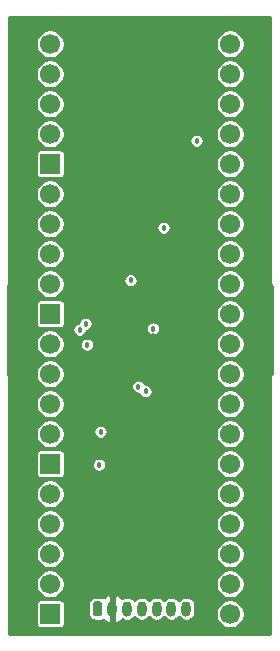
<source format=gbr>
%TF.GenerationSoftware,KiCad,Pcbnew,5.1.9-73d0e3b20d~88~ubuntu20.04.1*%
%TF.CreationDate,2021-03-05T17:28:59-06:00*%
%TF.ProjectId,portalgun-display,706f7274-616c-4677-956e-2d646973706c,rev?*%
%TF.SameCoordinates,Original*%
%TF.FileFunction,Copper,L3,Inr*%
%TF.FilePolarity,Positive*%
%FSLAX46Y46*%
G04 Gerber Fmt 4.6, Leading zero omitted, Abs format (unit mm)*
G04 Created by KiCad (PCBNEW 5.1.9-73d0e3b20d~88~ubuntu20.04.1) date 2021-03-05 17:28:59*
%MOMM*%
%LPD*%
G01*
G04 APERTURE LIST*
%TA.AperFunction,ComponentPad*%
%ADD10C,1.700000*%
%TD*%
%TA.AperFunction,ComponentPad*%
%ADD11R,1.700000X1.700000*%
%TD*%
%TA.AperFunction,ComponentPad*%
%ADD12O,0.800000X1.300000*%
%TD*%
%TA.AperFunction,ViaPad*%
%ADD13C,0.457200*%
%TD*%
%TA.AperFunction,Conductor*%
%ADD14C,0.254000*%
%TD*%
%TA.AperFunction,Conductor*%
%ADD15C,0.100000*%
%TD*%
G04 APERTURE END LIST*
D10*
%TO.N,/segment_e*%
%TO.C,U6*%
X135890000Y-100076000D03*
%TO.N,/segment_d*%
X135890000Y-97536000D03*
%TO.N,Net-(Q2-Pad3)*%
X135890000Y-94996000D03*
%TO.N,/segment_c*%
X135890000Y-92456000D03*
%TO.N,/decimal_point*%
X135890000Y-89916000D03*
%TO.N,/segment_b*%
X120650000Y-89916000D03*
%TO.N,/segment_a*%
X120650000Y-92456000D03*
%TO.N,Net-(U6-Pad3)*%
X120650000Y-94996000D03*
%TO.N,/segment_f*%
X120650000Y-97536000D03*
D11*
%TO.N,/segment_g*%
X120650000Y-100076000D03*
%TD*%
D10*
%TO.N,/segment_e*%
%TO.C,U8*%
X135890000Y-112776000D03*
%TO.N,/segment_d*%
X135890000Y-110236000D03*
%TO.N,Net-(Q3-Pad3)*%
X135890000Y-107696000D03*
%TO.N,/segment_c*%
X135890000Y-105156000D03*
%TO.N,/decimal_point*%
X135890000Y-102616000D03*
%TO.N,/segment_b*%
X120650000Y-102616000D03*
%TO.N,/segment_a*%
X120650000Y-105156000D03*
%TO.N,Net-(U8-Pad3)*%
X120650000Y-107696000D03*
%TO.N,/segment_f*%
X120650000Y-110236000D03*
D11*
%TO.N,/segment_g*%
X120650000Y-112776000D03*
%TD*%
D10*
%TO.N,/segment_e*%
%TO.C,U9*%
X135890000Y-125476000D03*
%TO.N,/segment_d*%
X135890000Y-122936000D03*
%TO.N,Net-(Q4-Pad3)*%
X135890000Y-120396000D03*
%TO.N,/segment_c*%
X135890000Y-117856000D03*
%TO.N,/decimal_point*%
X135890000Y-115316000D03*
%TO.N,/segment_b*%
X120650000Y-115316000D03*
%TO.N,/segment_a*%
X120650000Y-117856000D03*
%TO.N,Net-(U9-Pad3)*%
X120650000Y-120396000D03*
%TO.N,/segment_f*%
X120650000Y-122936000D03*
D11*
%TO.N,/segment_g*%
X120650000Y-125476000D03*
%TD*%
D10*
%TO.N,/segment_e*%
%TO.C,U5*%
X135890000Y-87376000D03*
%TO.N,/segment_d*%
X135890000Y-84836000D03*
%TO.N,Net-(Q1-Pad3)*%
X135890000Y-82296000D03*
%TO.N,/segment_c*%
X135890000Y-79756000D03*
%TO.N,/decimal_point*%
X135890000Y-77216000D03*
%TO.N,/segment_b*%
X120650000Y-77216000D03*
%TO.N,/segment_a*%
X120650000Y-79756000D03*
%TO.N,Net-(U5-Pad3)*%
X120650000Y-82296000D03*
%TO.N,/segment_f*%
X120650000Y-84836000D03*
D11*
%TO.N,/segment_g*%
X120650000Y-87376000D03*
%TD*%
D12*
%TO.N,Net-(J1-Pad7)*%
%TO.C,J1*%
X132156700Y-125051000D03*
%TO.N,Net-(J1-Pad6)*%
X130906700Y-125051000D03*
%TO.N,Net-(J1-Pad5)*%
X129656700Y-125051000D03*
%TO.N,Net-(J1-Pad4)*%
X128406700Y-125051000D03*
%TO.N,Net-(J1-Pad3)*%
X127156700Y-125051000D03*
%TO.N,GND*%
X125906700Y-125051000D03*
%TO.N,VBAT*%
%TA.AperFunction,ComponentPad*%
G36*
G01*
X124256700Y-125501000D02*
X124256700Y-124601000D01*
G75*
G02*
X124456700Y-124401000I200000J0D01*
G01*
X124856700Y-124401000D01*
G75*
G02*
X125056700Y-124601000I0J-200000D01*
G01*
X125056700Y-125501000D01*
G75*
G02*
X124856700Y-125701000I-200000J0D01*
G01*
X124456700Y-125701000D01*
G75*
G02*
X124256700Y-125501000I0J200000D01*
G01*
G37*
%TD.AperFunction*%
%TD*%
D13*
%TO.N,GND*%
X121608700Y-121749000D03*
X126053700Y-117304000D03*
X129101700Y-117304000D03*
X124656700Y-117304000D03*
X124656700Y-97238000D03*
X123640700Y-102064000D03*
X123767700Y-104604000D03*
X125418700Y-105747000D03*
X124529688Y-105747000D03*
X129367260Y-101942490D03*
X132911700Y-99905000D03*
X127641210Y-117304000D03*
X130244700Y-106001000D03*
X130244700Y-107017000D03*
X133038700Y-107271000D03*
X129990700Y-110319000D03*
X131514700Y-111081000D03*
X131514700Y-114129000D03*
X129990700Y-113621000D03*
X133292700Y-114129000D03*
X133292700Y-111081000D03*
X133038700Y-116923000D03*
X131514700Y-119463000D03*
X127704700Y-121495000D03*
X126180700Y-121495000D03*
X129228700Y-121495000D03*
X122878700Y-121495000D03*
X125164700Y-123527000D03*
X125926700Y-126321000D03*
X126942700Y-96095000D03*
X124402700Y-91269000D03*
X123386700Y-88729000D03*
X131260700Y-85173000D03*
X130244700Y-84157000D03*
%TO.N,VBAT*%
X127450700Y-97238000D03*
X123767700Y-102699000D03*
X129355700Y-101327387D03*
%TO.N,Net-(R27-Pad1)*%
X124783700Y-112859000D03*
X128720700Y-106636000D03*
%TO.N,Net-(R28-Pad1)*%
X128106912Y-106233788D03*
X124910700Y-110065000D03*
%TO.N,/display_en0*%
X123132700Y-101429000D03*
X133038700Y-85427000D03*
%TO.N,/display_en1*%
X123640700Y-100921000D03*
X130244700Y-92793000D03*
%TD*%
D14*
%TO.N,GND*%
X139236700Y-97345059D02*
X139234736Y-97365000D01*
X139242575Y-97444590D01*
X139265790Y-97521121D01*
X139303490Y-97591653D01*
X139332169Y-97626598D01*
X139354226Y-97653474D01*
X139416047Y-97704210D01*
X139446000Y-97720220D01*
X139446000Y-105137780D01*
X139416047Y-105153790D01*
X139354226Y-105204526D01*
X139303490Y-105266347D01*
X139265790Y-105336879D01*
X139242575Y-105413410D01*
X139234736Y-105493000D01*
X139236701Y-105512951D01*
X139236700Y-127185000D01*
X117188700Y-127185000D01*
X117188700Y-124626000D01*
X119417157Y-124626000D01*
X119417157Y-126326000D01*
X119424513Y-126400689D01*
X119446299Y-126472508D01*
X119481678Y-126538696D01*
X119529289Y-126596711D01*
X119587304Y-126644322D01*
X119653492Y-126679701D01*
X119725311Y-126701487D01*
X119800000Y-126708843D01*
X121500000Y-126708843D01*
X121574689Y-126701487D01*
X121646508Y-126679701D01*
X121712696Y-126644322D01*
X121770711Y-126596711D01*
X121818322Y-126538696D01*
X121853701Y-126472508D01*
X121875487Y-126400689D01*
X121882843Y-126326000D01*
X121882843Y-124626000D01*
X121880381Y-124601000D01*
X123873857Y-124601000D01*
X123873857Y-125501000D01*
X123885056Y-125614707D01*
X123918223Y-125724044D01*
X123972084Y-125824810D01*
X124044568Y-125913132D01*
X124132890Y-125985616D01*
X124233656Y-126039477D01*
X124342993Y-126072644D01*
X124456700Y-126083843D01*
X124856700Y-126083843D01*
X124970407Y-126072644D01*
X125079744Y-126039477D01*
X125137800Y-126008445D01*
X125194417Y-126072112D01*
X125358540Y-126196255D01*
X125543728Y-126285994D01*
X125620577Y-126295666D01*
X125779700Y-126167998D01*
X125779700Y-125178000D01*
X125759700Y-125178000D01*
X125759700Y-124924000D01*
X125779700Y-124924000D01*
X125779700Y-123934002D01*
X126033700Y-123934002D01*
X126033700Y-124924000D01*
X126053700Y-124924000D01*
X126053700Y-125178000D01*
X126033700Y-125178000D01*
X126033700Y-126167998D01*
X126192823Y-126295666D01*
X126269672Y-126285994D01*
X126454860Y-126196255D01*
X126618983Y-126072112D01*
X126723239Y-125954875D01*
X126856379Y-126026040D01*
X127003598Y-126070699D01*
X127156700Y-126085778D01*
X127309803Y-126070699D01*
X127457022Y-126026040D01*
X127592699Y-125953519D01*
X127711622Y-125855922D01*
X127781700Y-125770531D01*
X127851779Y-125855922D01*
X127970702Y-125953519D01*
X128106379Y-126026040D01*
X128253598Y-126070699D01*
X128406700Y-126085778D01*
X128559803Y-126070699D01*
X128707022Y-126026040D01*
X128842699Y-125953519D01*
X128961622Y-125855922D01*
X129031700Y-125770531D01*
X129101779Y-125855922D01*
X129220702Y-125953519D01*
X129356379Y-126026040D01*
X129503598Y-126070699D01*
X129656700Y-126085778D01*
X129809803Y-126070699D01*
X129957022Y-126026040D01*
X130092699Y-125953519D01*
X130211622Y-125855922D01*
X130281700Y-125770531D01*
X130351779Y-125855922D01*
X130470702Y-125953519D01*
X130606379Y-126026040D01*
X130753598Y-126070699D01*
X130906700Y-126085778D01*
X131059803Y-126070699D01*
X131207022Y-126026040D01*
X131342699Y-125953519D01*
X131461622Y-125855922D01*
X131531700Y-125770531D01*
X131601779Y-125855922D01*
X131720702Y-125953519D01*
X131856379Y-126026040D01*
X132003598Y-126070699D01*
X132156700Y-126085778D01*
X132309803Y-126070699D01*
X132457022Y-126026040D01*
X132592699Y-125953519D01*
X132711622Y-125855922D01*
X132809219Y-125736999D01*
X132881740Y-125601322D01*
X132926399Y-125454103D01*
X132936183Y-125354757D01*
X134659000Y-125354757D01*
X134659000Y-125597243D01*
X134706307Y-125835069D01*
X134799102Y-126059097D01*
X134933820Y-126260717D01*
X135105283Y-126432180D01*
X135306903Y-126566898D01*
X135530931Y-126659693D01*
X135768757Y-126707000D01*
X136011243Y-126707000D01*
X136249069Y-126659693D01*
X136473097Y-126566898D01*
X136674717Y-126432180D01*
X136846180Y-126260717D01*
X136980898Y-126059097D01*
X137073693Y-125835069D01*
X137121000Y-125597243D01*
X137121000Y-125354757D01*
X137073693Y-125116931D01*
X136980898Y-124892903D01*
X136846180Y-124691283D01*
X136674717Y-124519820D01*
X136473097Y-124385102D01*
X136249069Y-124292307D01*
X136011243Y-124245000D01*
X135768757Y-124245000D01*
X135530931Y-124292307D01*
X135306903Y-124385102D01*
X135105283Y-124519820D01*
X134933820Y-124691283D01*
X134799102Y-124892903D01*
X134706307Y-125116931D01*
X134659000Y-125354757D01*
X132936183Y-125354757D01*
X132937700Y-125339360D01*
X132937700Y-124762640D01*
X132926399Y-124647897D01*
X132881740Y-124500678D01*
X132809219Y-124365001D01*
X132711622Y-124246078D01*
X132592698Y-124148481D01*
X132457021Y-124075960D01*
X132309802Y-124031301D01*
X132156700Y-124016222D01*
X132003597Y-124031301D01*
X131856378Y-124075960D01*
X131720701Y-124148481D01*
X131601778Y-124246078D01*
X131531700Y-124331469D01*
X131461622Y-124246078D01*
X131342698Y-124148481D01*
X131207021Y-124075960D01*
X131059802Y-124031301D01*
X130906700Y-124016222D01*
X130753597Y-124031301D01*
X130606378Y-124075960D01*
X130470701Y-124148481D01*
X130351778Y-124246078D01*
X130281700Y-124331469D01*
X130211622Y-124246078D01*
X130092698Y-124148481D01*
X129957021Y-124075960D01*
X129809802Y-124031301D01*
X129656700Y-124016222D01*
X129503597Y-124031301D01*
X129356378Y-124075960D01*
X129220701Y-124148481D01*
X129101778Y-124246078D01*
X129031700Y-124331469D01*
X128961622Y-124246078D01*
X128842698Y-124148481D01*
X128707021Y-124075960D01*
X128559802Y-124031301D01*
X128406700Y-124016222D01*
X128253597Y-124031301D01*
X128106378Y-124075960D01*
X127970701Y-124148481D01*
X127851778Y-124246078D01*
X127781700Y-124331469D01*
X127711622Y-124246078D01*
X127592698Y-124148481D01*
X127457021Y-124075960D01*
X127309802Y-124031301D01*
X127156700Y-124016222D01*
X127003597Y-124031301D01*
X126856378Y-124075960D01*
X126723239Y-124147124D01*
X126618983Y-124029888D01*
X126454860Y-123905745D01*
X126269672Y-123816006D01*
X126192823Y-123806334D01*
X126033700Y-123934002D01*
X125779700Y-123934002D01*
X125620577Y-123806334D01*
X125543728Y-123816006D01*
X125358540Y-123905745D01*
X125194417Y-124029888D01*
X125137800Y-124093555D01*
X125079744Y-124062523D01*
X124970407Y-124029356D01*
X124856700Y-124018157D01*
X124456700Y-124018157D01*
X124342993Y-124029356D01*
X124233656Y-124062523D01*
X124132890Y-124116384D01*
X124044568Y-124188868D01*
X123972084Y-124277190D01*
X123918223Y-124377956D01*
X123885056Y-124487293D01*
X123873857Y-124601000D01*
X121880381Y-124601000D01*
X121875487Y-124551311D01*
X121853701Y-124479492D01*
X121818322Y-124413304D01*
X121770711Y-124355289D01*
X121712696Y-124307678D01*
X121646508Y-124272299D01*
X121574689Y-124250513D01*
X121500000Y-124243157D01*
X119800000Y-124243157D01*
X119725311Y-124250513D01*
X119653492Y-124272299D01*
X119587304Y-124307678D01*
X119529289Y-124355289D01*
X119481678Y-124413304D01*
X119446299Y-124479492D01*
X119424513Y-124551311D01*
X119417157Y-124626000D01*
X117188700Y-124626000D01*
X117188700Y-122814757D01*
X119419000Y-122814757D01*
X119419000Y-123057243D01*
X119466307Y-123295069D01*
X119559102Y-123519097D01*
X119693820Y-123720717D01*
X119865283Y-123892180D01*
X120066903Y-124026898D01*
X120290931Y-124119693D01*
X120528757Y-124167000D01*
X120771243Y-124167000D01*
X121009069Y-124119693D01*
X121233097Y-124026898D01*
X121434717Y-123892180D01*
X121606180Y-123720717D01*
X121740898Y-123519097D01*
X121833693Y-123295069D01*
X121881000Y-123057243D01*
X121881000Y-122814757D01*
X134659000Y-122814757D01*
X134659000Y-123057243D01*
X134706307Y-123295069D01*
X134799102Y-123519097D01*
X134933820Y-123720717D01*
X135105283Y-123892180D01*
X135306903Y-124026898D01*
X135530931Y-124119693D01*
X135768757Y-124167000D01*
X136011243Y-124167000D01*
X136249069Y-124119693D01*
X136473097Y-124026898D01*
X136674717Y-123892180D01*
X136846180Y-123720717D01*
X136980898Y-123519097D01*
X137073693Y-123295069D01*
X137121000Y-123057243D01*
X137121000Y-122814757D01*
X137073693Y-122576931D01*
X136980898Y-122352903D01*
X136846180Y-122151283D01*
X136674717Y-121979820D01*
X136473097Y-121845102D01*
X136249069Y-121752307D01*
X136011243Y-121705000D01*
X135768757Y-121705000D01*
X135530931Y-121752307D01*
X135306903Y-121845102D01*
X135105283Y-121979820D01*
X134933820Y-122151283D01*
X134799102Y-122352903D01*
X134706307Y-122576931D01*
X134659000Y-122814757D01*
X121881000Y-122814757D01*
X121833693Y-122576931D01*
X121740898Y-122352903D01*
X121606180Y-122151283D01*
X121434717Y-121979820D01*
X121233097Y-121845102D01*
X121009069Y-121752307D01*
X120771243Y-121705000D01*
X120528757Y-121705000D01*
X120290931Y-121752307D01*
X120066903Y-121845102D01*
X119865283Y-121979820D01*
X119693820Y-122151283D01*
X119559102Y-122352903D01*
X119466307Y-122576931D01*
X119419000Y-122814757D01*
X117188700Y-122814757D01*
X117188700Y-120274757D01*
X119419000Y-120274757D01*
X119419000Y-120517243D01*
X119466307Y-120755069D01*
X119559102Y-120979097D01*
X119693820Y-121180717D01*
X119865283Y-121352180D01*
X120066903Y-121486898D01*
X120290931Y-121579693D01*
X120528757Y-121627000D01*
X120771243Y-121627000D01*
X121009069Y-121579693D01*
X121233097Y-121486898D01*
X121434717Y-121352180D01*
X121606180Y-121180717D01*
X121740898Y-120979097D01*
X121833693Y-120755069D01*
X121881000Y-120517243D01*
X121881000Y-120274757D01*
X134659000Y-120274757D01*
X134659000Y-120517243D01*
X134706307Y-120755069D01*
X134799102Y-120979097D01*
X134933820Y-121180717D01*
X135105283Y-121352180D01*
X135306903Y-121486898D01*
X135530931Y-121579693D01*
X135768757Y-121627000D01*
X136011243Y-121627000D01*
X136249069Y-121579693D01*
X136473097Y-121486898D01*
X136674717Y-121352180D01*
X136846180Y-121180717D01*
X136980898Y-120979097D01*
X137073693Y-120755069D01*
X137121000Y-120517243D01*
X137121000Y-120274757D01*
X137073693Y-120036931D01*
X136980898Y-119812903D01*
X136846180Y-119611283D01*
X136674717Y-119439820D01*
X136473097Y-119305102D01*
X136249069Y-119212307D01*
X136011243Y-119165000D01*
X135768757Y-119165000D01*
X135530931Y-119212307D01*
X135306903Y-119305102D01*
X135105283Y-119439820D01*
X134933820Y-119611283D01*
X134799102Y-119812903D01*
X134706307Y-120036931D01*
X134659000Y-120274757D01*
X121881000Y-120274757D01*
X121833693Y-120036931D01*
X121740898Y-119812903D01*
X121606180Y-119611283D01*
X121434717Y-119439820D01*
X121233097Y-119305102D01*
X121009069Y-119212307D01*
X120771243Y-119165000D01*
X120528757Y-119165000D01*
X120290931Y-119212307D01*
X120066903Y-119305102D01*
X119865283Y-119439820D01*
X119693820Y-119611283D01*
X119559102Y-119812903D01*
X119466307Y-120036931D01*
X119419000Y-120274757D01*
X117188700Y-120274757D01*
X117188700Y-117734757D01*
X119419000Y-117734757D01*
X119419000Y-117977243D01*
X119466307Y-118215069D01*
X119559102Y-118439097D01*
X119693820Y-118640717D01*
X119865283Y-118812180D01*
X120066903Y-118946898D01*
X120290931Y-119039693D01*
X120528757Y-119087000D01*
X120771243Y-119087000D01*
X121009069Y-119039693D01*
X121233097Y-118946898D01*
X121434717Y-118812180D01*
X121606180Y-118640717D01*
X121740898Y-118439097D01*
X121833693Y-118215069D01*
X121881000Y-117977243D01*
X121881000Y-117734757D01*
X134659000Y-117734757D01*
X134659000Y-117977243D01*
X134706307Y-118215069D01*
X134799102Y-118439097D01*
X134933820Y-118640717D01*
X135105283Y-118812180D01*
X135306903Y-118946898D01*
X135530931Y-119039693D01*
X135768757Y-119087000D01*
X136011243Y-119087000D01*
X136249069Y-119039693D01*
X136473097Y-118946898D01*
X136674717Y-118812180D01*
X136846180Y-118640717D01*
X136980898Y-118439097D01*
X137073693Y-118215069D01*
X137121000Y-117977243D01*
X137121000Y-117734757D01*
X137073693Y-117496931D01*
X136980898Y-117272903D01*
X136846180Y-117071283D01*
X136674717Y-116899820D01*
X136473097Y-116765102D01*
X136249069Y-116672307D01*
X136011243Y-116625000D01*
X135768757Y-116625000D01*
X135530931Y-116672307D01*
X135306903Y-116765102D01*
X135105283Y-116899820D01*
X134933820Y-117071283D01*
X134799102Y-117272903D01*
X134706307Y-117496931D01*
X134659000Y-117734757D01*
X121881000Y-117734757D01*
X121833693Y-117496931D01*
X121740898Y-117272903D01*
X121606180Y-117071283D01*
X121434717Y-116899820D01*
X121233097Y-116765102D01*
X121009069Y-116672307D01*
X120771243Y-116625000D01*
X120528757Y-116625000D01*
X120290931Y-116672307D01*
X120066903Y-116765102D01*
X119865283Y-116899820D01*
X119693820Y-117071283D01*
X119559102Y-117272903D01*
X119466307Y-117496931D01*
X119419000Y-117734757D01*
X117188700Y-117734757D01*
X117188700Y-115194757D01*
X119419000Y-115194757D01*
X119419000Y-115437243D01*
X119466307Y-115675069D01*
X119559102Y-115899097D01*
X119693820Y-116100717D01*
X119865283Y-116272180D01*
X120066903Y-116406898D01*
X120290931Y-116499693D01*
X120528757Y-116547000D01*
X120771243Y-116547000D01*
X121009069Y-116499693D01*
X121233097Y-116406898D01*
X121434717Y-116272180D01*
X121606180Y-116100717D01*
X121740898Y-115899097D01*
X121833693Y-115675069D01*
X121881000Y-115437243D01*
X121881000Y-115194757D01*
X134659000Y-115194757D01*
X134659000Y-115437243D01*
X134706307Y-115675069D01*
X134799102Y-115899097D01*
X134933820Y-116100717D01*
X135105283Y-116272180D01*
X135306903Y-116406898D01*
X135530931Y-116499693D01*
X135768757Y-116547000D01*
X136011243Y-116547000D01*
X136249069Y-116499693D01*
X136473097Y-116406898D01*
X136674717Y-116272180D01*
X136846180Y-116100717D01*
X136980898Y-115899097D01*
X137073693Y-115675069D01*
X137121000Y-115437243D01*
X137121000Y-115194757D01*
X137073693Y-114956931D01*
X136980898Y-114732903D01*
X136846180Y-114531283D01*
X136674717Y-114359820D01*
X136473097Y-114225102D01*
X136249069Y-114132307D01*
X136011243Y-114085000D01*
X135768757Y-114085000D01*
X135530931Y-114132307D01*
X135306903Y-114225102D01*
X135105283Y-114359820D01*
X134933820Y-114531283D01*
X134799102Y-114732903D01*
X134706307Y-114956931D01*
X134659000Y-115194757D01*
X121881000Y-115194757D01*
X121833693Y-114956931D01*
X121740898Y-114732903D01*
X121606180Y-114531283D01*
X121434717Y-114359820D01*
X121233097Y-114225102D01*
X121009069Y-114132307D01*
X120771243Y-114085000D01*
X120528757Y-114085000D01*
X120290931Y-114132307D01*
X120066903Y-114225102D01*
X119865283Y-114359820D01*
X119693820Y-114531283D01*
X119559102Y-114732903D01*
X119466307Y-114956931D01*
X119419000Y-115194757D01*
X117188700Y-115194757D01*
X117188700Y-111926000D01*
X119417157Y-111926000D01*
X119417157Y-113626000D01*
X119424513Y-113700689D01*
X119446299Y-113772508D01*
X119481678Y-113838696D01*
X119529289Y-113896711D01*
X119587304Y-113944322D01*
X119653492Y-113979701D01*
X119725311Y-114001487D01*
X119800000Y-114008843D01*
X121500000Y-114008843D01*
X121574689Y-114001487D01*
X121646508Y-113979701D01*
X121712696Y-113944322D01*
X121770711Y-113896711D01*
X121818322Y-113838696D01*
X121853701Y-113772508D01*
X121875487Y-113700689D01*
X121882843Y-113626000D01*
X121882843Y-112798960D01*
X124174100Y-112798960D01*
X124174100Y-112919040D01*
X124197526Y-113036814D01*
X124243479Y-113147754D01*
X124310192Y-113247598D01*
X124395102Y-113332508D01*
X124494946Y-113399221D01*
X124605886Y-113445174D01*
X124723660Y-113468600D01*
X124843740Y-113468600D01*
X124961514Y-113445174D01*
X125072454Y-113399221D01*
X125172298Y-113332508D01*
X125257208Y-113247598D01*
X125323921Y-113147754D01*
X125369874Y-113036814D01*
X125393300Y-112919040D01*
X125393300Y-112798960D01*
X125369874Y-112681186D01*
X125358927Y-112654757D01*
X134659000Y-112654757D01*
X134659000Y-112897243D01*
X134706307Y-113135069D01*
X134799102Y-113359097D01*
X134933820Y-113560717D01*
X135105283Y-113732180D01*
X135306903Y-113866898D01*
X135530931Y-113959693D01*
X135768757Y-114007000D01*
X136011243Y-114007000D01*
X136249069Y-113959693D01*
X136473097Y-113866898D01*
X136674717Y-113732180D01*
X136846180Y-113560717D01*
X136980898Y-113359097D01*
X137073693Y-113135069D01*
X137121000Y-112897243D01*
X137121000Y-112654757D01*
X137073693Y-112416931D01*
X136980898Y-112192903D01*
X136846180Y-111991283D01*
X136674717Y-111819820D01*
X136473097Y-111685102D01*
X136249069Y-111592307D01*
X136011243Y-111545000D01*
X135768757Y-111545000D01*
X135530931Y-111592307D01*
X135306903Y-111685102D01*
X135105283Y-111819820D01*
X134933820Y-111991283D01*
X134799102Y-112192903D01*
X134706307Y-112416931D01*
X134659000Y-112654757D01*
X125358927Y-112654757D01*
X125323921Y-112570246D01*
X125257208Y-112470402D01*
X125172298Y-112385492D01*
X125072454Y-112318779D01*
X124961514Y-112272826D01*
X124843740Y-112249400D01*
X124723660Y-112249400D01*
X124605886Y-112272826D01*
X124494946Y-112318779D01*
X124395102Y-112385492D01*
X124310192Y-112470402D01*
X124243479Y-112570246D01*
X124197526Y-112681186D01*
X124174100Y-112798960D01*
X121882843Y-112798960D01*
X121882843Y-111926000D01*
X121875487Y-111851311D01*
X121853701Y-111779492D01*
X121818322Y-111713304D01*
X121770711Y-111655289D01*
X121712696Y-111607678D01*
X121646508Y-111572299D01*
X121574689Y-111550513D01*
X121500000Y-111543157D01*
X119800000Y-111543157D01*
X119725311Y-111550513D01*
X119653492Y-111572299D01*
X119587304Y-111607678D01*
X119529289Y-111655289D01*
X119481678Y-111713304D01*
X119446299Y-111779492D01*
X119424513Y-111851311D01*
X119417157Y-111926000D01*
X117188700Y-111926000D01*
X117188700Y-110114757D01*
X119419000Y-110114757D01*
X119419000Y-110357243D01*
X119466307Y-110595069D01*
X119559102Y-110819097D01*
X119693820Y-111020717D01*
X119865283Y-111192180D01*
X120066903Y-111326898D01*
X120290931Y-111419693D01*
X120528757Y-111467000D01*
X120771243Y-111467000D01*
X121009069Y-111419693D01*
X121233097Y-111326898D01*
X121434717Y-111192180D01*
X121606180Y-111020717D01*
X121740898Y-110819097D01*
X121833693Y-110595069D01*
X121881000Y-110357243D01*
X121881000Y-110114757D01*
X121859160Y-110004960D01*
X124301100Y-110004960D01*
X124301100Y-110125040D01*
X124324526Y-110242814D01*
X124370479Y-110353754D01*
X124437192Y-110453598D01*
X124522102Y-110538508D01*
X124621946Y-110605221D01*
X124732886Y-110651174D01*
X124850660Y-110674600D01*
X124970740Y-110674600D01*
X125088514Y-110651174D01*
X125199454Y-110605221D01*
X125299298Y-110538508D01*
X125384208Y-110453598D01*
X125450921Y-110353754D01*
X125496874Y-110242814D01*
X125520300Y-110125040D01*
X125520300Y-110114757D01*
X134659000Y-110114757D01*
X134659000Y-110357243D01*
X134706307Y-110595069D01*
X134799102Y-110819097D01*
X134933820Y-111020717D01*
X135105283Y-111192180D01*
X135306903Y-111326898D01*
X135530931Y-111419693D01*
X135768757Y-111467000D01*
X136011243Y-111467000D01*
X136249069Y-111419693D01*
X136473097Y-111326898D01*
X136674717Y-111192180D01*
X136846180Y-111020717D01*
X136980898Y-110819097D01*
X137073693Y-110595069D01*
X137121000Y-110357243D01*
X137121000Y-110114757D01*
X137073693Y-109876931D01*
X136980898Y-109652903D01*
X136846180Y-109451283D01*
X136674717Y-109279820D01*
X136473097Y-109145102D01*
X136249069Y-109052307D01*
X136011243Y-109005000D01*
X135768757Y-109005000D01*
X135530931Y-109052307D01*
X135306903Y-109145102D01*
X135105283Y-109279820D01*
X134933820Y-109451283D01*
X134799102Y-109652903D01*
X134706307Y-109876931D01*
X134659000Y-110114757D01*
X125520300Y-110114757D01*
X125520300Y-110004960D01*
X125496874Y-109887186D01*
X125450921Y-109776246D01*
X125384208Y-109676402D01*
X125299298Y-109591492D01*
X125199454Y-109524779D01*
X125088514Y-109478826D01*
X124970740Y-109455400D01*
X124850660Y-109455400D01*
X124732886Y-109478826D01*
X124621946Y-109524779D01*
X124522102Y-109591492D01*
X124437192Y-109676402D01*
X124370479Y-109776246D01*
X124324526Y-109887186D01*
X124301100Y-110004960D01*
X121859160Y-110004960D01*
X121833693Y-109876931D01*
X121740898Y-109652903D01*
X121606180Y-109451283D01*
X121434717Y-109279820D01*
X121233097Y-109145102D01*
X121009069Y-109052307D01*
X120771243Y-109005000D01*
X120528757Y-109005000D01*
X120290931Y-109052307D01*
X120066903Y-109145102D01*
X119865283Y-109279820D01*
X119693820Y-109451283D01*
X119559102Y-109652903D01*
X119466307Y-109876931D01*
X119419000Y-110114757D01*
X117188700Y-110114757D01*
X117188700Y-107574757D01*
X119419000Y-107574757D01*
X119419000Y-107817243D01*
X119466307Y-108055069D01*
X119559102Y-108279097D01*
X119693820Y-108480717D01*
X119865283Y-108652180D01*
X120066903Y-108786898D01*
X120290931Y-108879693D01*
X120528757Y-108927000D01*
X120771243Y-108927000D01*
X121009069Y-108879693D01*
X121233097Y-108786898D01*
X121434717Y-108652180D01*
X121606180Y-108480717D01*
X121740898Y-108279097D01*
X121833693Y-108055069D01*
X121881000Y-107817243D01*
X121881000Y-107574757D01*
X134659000Y-107574757D01*
X134659000Y-107817243D01*
X134706307Y-108055069D01*
X134799102Y-108279097D01*
X134933820Y-108480717D01*
X135105283Y-108652180D01*
X135306903Y-108786898D01*
X135530931Y-108879693D01*
X135768757Y-108927000D01*
X136011243Y-108927000D01*
X136249069Y-108879693D01*
X136473097Y-108786898D01*
X136674717Y-108652180D01*
X136846180Y-108480717D01*
X136980898Y-108279097D01*
X137073693Y-108055069D01*
X137121000Y-107817243D01*
X137121000Y-107574757D01*
X137073693Y-107336931D01*
X136980898Y-107112903D01*
X136846180Y-106911283D01*
X136674717Y-106739820D01*
X136473097Y-106605102D01*
X136249069Y-106512307D01*
X136011243Y-106465000D01*
X135768757Y-106465000D01*
X135530931Y-106512307D01*
X135306903Y-106605102D01*
X135105283Y-106739820D01*
X134933820Y-106911283D01*
X134799102Y-107112903D01*
X134706307Y-107336931D01*
X134659000Y-107574757D01*
X121881000Y-107574757D01*
X121833693Y-107336931D01*
X121740898Y-107112903D01*
X121606180Y-106911283D01*
X121434717Y-106739820D01*
X121233097Y-106605102D01*
X121009069Y-106512307D01*
X120771243Y-106465000D01*
X120528757Y-106465000D01*
X120290931Y-106512307D01*
X120066903Y-106605102D01*
X119865283Y-106739820D01*
X119693820Y-106911283D01*
X119559102Y-107112903D01*
X119466307Y-107336931D01*
X119419000Y-107574757D01*
X117188700Y-107574757D01*
X117188700Y-105512941D01*
X117190664Y-105493000D01*
X117182825Y-105413410D01*
X117159610Y-105336879D01*
X117121910Y-105266347D01*
X117094000Y-105232339D01*
X117094000Y-105034757D01*
X119419000Y-105034757D01*
X119419000Y-105277243D01*
X119466307Y-105515069D01*
X119559102Y-105739097D01*
X119693820Y-105940717D01*
X119865283Y-106112180D01*
X120066903Y-106246898D01*
X120290931Y-106339693D01*
X120528757Y-106387000D01*
X120771243Y-106387000D01*
X121009069Y-106339693D01*
X121233097Y-106246898D01*
X121342573Y-106173748D01*
X127497312Y-106173748D01*
X127497312Y-106293828D01*
X127520738Y-106411602D01*
X127566691Y-106522542D01*
X127633404Y-106622386D01*
X127718314Y-106707296D01*
X127818158Y-106774009D01*
X127929098Y-106819962D01*
X128046872Y-106843388D01*
X128146776Y-106843388D01*
X128180479Y-106924754D01*
X128247192Y-107024598D01*
X128332102Y-107109508D01*
X128431946Y-107176221D01*
X128542886Y-107222174D01*
X128660660Y-107245600D01*
X128780740Y-107245600D01*
X128898514Y-107222174D01*
X129009454Y-107176221D01*
X129109298Y-107109508D01*
X129194208Y-107024598D01*
X129260921Y-106924754D01*
X129306874Y-106813814D01*
X129330300Y-106696040D01*
X129330300Y-106575960D01*
X129306874Y-106458186D01*
X129260921Y-106347246D01*
X129194208Y-106247402D01*
X129109298Y-106162492D01*
X129009454Y-106095779D01*
X128898514Y-106049826D01*
X128780740Y-106026400D01*
X128680836Y-106026400D01*
X128647133Y-105945034D01*
X128580420Y-105845190D01*
X128495510Y-105760280D01*
X128395666Y-105693567D01*
X128284726Y-105647614D01*
X128166952Y-105624188D01*
X128046872Y-105624188D01*
X127929098Y-105647614D01*
X127818158Y-105693567D01*
X127718314Y-105760280D01*
X127633404Y-105845190D01*
X127566691Y-105945034D01*
X127520738Y-106055974D01*
X127497312Y-106173748D01*
X121342573Y-106173748D01*
X121434717Y-106112180D01*
X121606180Y-105940717D01*
X121740898Y-105739097D01*
X121833693Y-105515069D01*
X121881000Y-105277243D01*
X121881000Y-105034757D01*
X134659000Y-105034757D01*
X134659000Y-105277243D01*
X134706307Y-105515069D01*
X134799102Y-105739097D01*
X134933820Y-105940717D01*
X135105283Y-106112180D01*
X135306903Y-106246898D01*
X135530931Y-106339693D01*
X135768757Y-106387000D01*
X136011243Y-106387000D01*
X136249069Y-106339693D01*
X136473097Y-106246898D01*
X136674717Y-106112180D01*
X136846180Y-105940717D01*
X136980898Y-105739097D01*
X137073693Y-105515069D01*
X137121000Y-105277243D01*
X137121000Y-105034757D01*
X137073693Y-104796931D01*
X136980898Y-104572903D01*
X136846180Y-104371283D01*
X136674717Y-104199820D01*
X136473097Y-104065102D01*
X136249069Y-103972307D01*
X136011243Y-103925000D01*
X135768757Y-103925000D01*
X135530931Y-103972307D01*
X135306903Y-104065102D01*
X135105283Y-104199820D01*
X134933820Y-104371283D01*
X134799102Y-104572903D01*
X134706307Y-104796931D01*
X134659000Y-105034757D01*
X121881000Y-105034757D01*
X121833693Y-104796931D01*
X121740898Y-104572903D01*
X121606180Y-104371283D01*
X121434717Y-104199820D01*
X121233097Y-104065102D01*
X121009069Y-103972307D01*
X120771243Y-103925000D01*
X120528757Y-103925000D01*
X120290931Y-103972307D01*
X120066903Y-104065102D01*
X119865283Y-104199820D01*
X119693820Y-104371283D01*
X119559102Y-104572903D01*
X119466307Y-104796931D01*
X119419000Y-105034757D01*
X117094000Y-105034757D01*
X117094000Y-102494757D01*
X119419000Y-102494757D01*
X119419000Y-102737243D01*
X119466307Y-102975069D01*
X119559102Y-103199097D01*
X119693820Y-103400717D01*
X119865283Y-103572180D01*
X120066903Y-103706898D01*
X120290931Y-103799693D01*
X120528757Y-103847000D01*
X120771243Y-103847000D01*
X121009069Y-103799693D01*
X121233097Y-103706898D01*
X121434717Y-103572180D01*
X121606180Y-103400717D01*
X121740898Y-103199097D01*
X121833693Y-102975069D01*
X121881000Y-102737243D01*
X121881000Y-102638960D01*
X123158100Y-102638960D01*
X123158100Y-102759040D01*
X123181526Y-102876814D01*
X123227479Y-102987754D01*
X123294192Y-103087598D01*
X123379102Y-103172508D01*
X123478946Y-103239221D01*
X123589886Y-103285174D01*
X123707660Y-103308600D01*
X123827740Y-103308600D01*
X123945514Y-103285174D01*
X124056454Y-103239221D01*
X124156298Y-103172508D01*
X124241208Y-103087598D01*
X124307921Y-102987754D01*
X124353874Y-102876814D01*
X124377300Y-102759040D01*
X124377300Y-102638960D01*
X124353874Y-102521186D01*
X124342927Y-102494757D01*
X134659000Y-102494757D01*
X134659000Y-102737243D01*
X134706307Y-102975069D01*
X134799102Y-103199097D01*
X134933820Y-103400717D01*
X135105283Y-103572180D01*
X135306903Y-103706898D01*
X135530931Y-103799693D01*
X135768757Y-103847000D01*
X136011243Y-103847000D01*
X136249069Y-103799693D01*
X136473097Y-103706898D01*
X136674717Y-103572180D01*
X136846180Y-103400717D01*
X136980898Y-103199097D01*
X137073693Y-102975069D01*
X137121000Y-102737243D01*
X137121000Y-102494757D01*
X137073693Y-102256931D01*
X136980898Y-102032903D01*
X136846180Y-101831283D01*
X136674717Y-101659820D01*
X136473097Y-101525102D01*
X136249069Y-101432307D01*
X136011243Y-101385000D01*
X135768757Y-101385000D01*
X135530931Y-101432307D01*
X135306903Y-101525102D01*
X135105283Y-101659820D01*
X134933820Y-101831283D01*
X134799102Y-102032903D01*
X134706307Y-102256931D01*
X134659000Y-102494757D01*
X124342927Y-102494757D01*
X124307921Y-102410246D01*
X124241208Y-102310402D01*
X124156298Y-102225492D01*
X124056454Y-102158779D01*
X123945514Y-102112826D01*
X123827740Y-102089400D01*
X123707660Y-102089400D01*
X123589886Y-102112826D01*
X123478946Y-102158779D01*
X123379102Y-102225492D01*
X123294192Y-102310402D01*
X123227479Y-102410246D01*
X123181526Y-102521186D01*
X123158100Y-102638960D01*
X121881000Y-102638960D01*
X121881000Y-102494757D01*
X121833693Y-102256931D01*
X121740898Y-102032903D01*
X121606180Y-101831283D01*
X121434717Y-101659820D01*
X121233097Y-101525102D01*
X121009069Y-101432307D01*
X120771243Y-101385000D01*
X120528757Y-101385000D01*
X120290931Y-101432307D01*
X120066903Y-101525102D01*
X119865283Y-101659820D01*
X119693820Y-101831283D01*
X119559102Y-102032903D01*
X119466307Y-102256931D01*
X119419000Y-102494757D01*
X117094000Y-102494757D01*
X117094000Y-101368960D01*
X122523100Y-101368960D01*
X122523100Y-101489040D01*
X122546526Y-101606814D01*
X122592479Y-101717754D01*
X122659192Y-101817598D01*
X122744102Y-101902508D01*
X122843946Y-101969221D01*
X122954886Y-102015174D01*
X123072660Y-102038600D01*
X123192740Y-102038600D01*
X123310514Y-102015174D01*
X123421454Y-101969221D01*
X123521298Y-101902508D01*
X123606208Y-101817598D01*
X123672921Y-101717754D01*
X123718874Y-101606814D01*
X123735405Y-101523705D01*
X123818514Y-101507174D01*
X123929454Y-101461221D01*
X124029298Y-101394508D01*
X124114208Y-101309598D01*
X124142438Y-101267347D01*
X128746100Y-101267347D01*
X128746100Y-101387427D01*
X128769526Y-101505201D01*
X128815479Y-101616141D01*
X128882192Y-101715985D01*
X128967102Y-101800895D01*
X129066946Y-101867608D01*
X129177886Y-101913561D01*
X129295660Y-101936987D01*
X129415740Y-101936987D01*
X129533514Y-101913561D01*
X129644454Y-101867608D01*
X129744298Y-101800895D01*
X129829208Y-101715985D01*
X129895921Y-101616141D01*
X129941874Y-101505201D01*
X129965300Y-101387427D01*
X129965300Y-101267347D01*
X129941874Y-101149573D01*
X129895921Y-101038633D01*
X129829208Y-100938789D01*
X129744298Y-100853879D01*
X129644454Y-100787166D01*
X129533514Y-100741213D01*
X129415740Y-100717787D01*
X129295660Y-100717787D01*
X129177886Y-100741213D01*
X129066946Y-100787166D01*
X128967102Y-100853879D01*
X128882192Y-100938789D01*
X128815479Y-101038633D01*
X128769526Y-101149573D01*
X128746100Y-101267347D01*
X124142438Y-101267347D01*
X124180921Y-101209754D01*
X124226874Y-101098814D01*
X124250300Y-100981040D01*
X124250300Y-100860960D01*
X124226874Y-100743186D01*
X124180921Y-100632246D01*
X124114208Y-100532402D01*
X124029298Y-100447492D01*
X123929454Y-100380779D01*
X123818514Y-100334826D01*
X123700740Y-100311400D01*
X123580660Y-100311400D01*
X123462886Y-100334826D01*
X123351946Y-100380779D01*
X123252102Y-100447492D01*
X123167192Y-100532402D01*
X123100479Y-100632246D01*
X123054526Y-100743186D01*
X123037995Y-100826295D01*
X122954886Y-100842826D01*
X122843946Y-100888779D01*
X122744102Y-100955492D01*
X122659192Y-101040402D01*
X122592479Y-101140246D01*
X122546526Y-101251186D01*
X122523100Y-101368960D01*
X117094000Y-101368960D01*
X117094000Y-99226000D01*
X119417157Y-99226000D01*
X119417157Y-100926000D01*
X119424513Y-101000689D01*
X119446299Y-101072508D01*
X119481678Y-101138696D01*
X119529289Y-101196711D01*
X119587304Y-101244322D01*
X119653492Y-101279701D01*
X119725311Y-101301487D01*
X119800000Y-101308843D01*
X121500000Y-101308843D01*
X121574689Y-101301487D01*
X121646508Y-101279701D01*
X121712696Y-101244322D01*
X121770711Y-101196711D01*
X121818322Y-101138696D01*
X121853701Y-101072508D01*
X121875487Y-101000689D01*
X121882843Y-100926000D01*
X121882843Y-99954757D01*
X134659000Y-99954757D01*
X134659000Y-100197243D01*
X134706307Y-100435069D01*
X134799102Y-100659097D01*
X134933820Y-100860717D01*
X135105283Y-101032180D01*
X135306903Y-101166898D01*
X135530931Y-101259693D01*
X135768757Y-101307000D01*
X136011243Y-101307000D01*
X136249069Y-101259693D01*
X136473097Y-101166898D01*
X136674717Y-101032180D01*
X136846180Y-100860717D01*
X136980898Y-100659097D01*
X137073693Y-100435069D01*
X137121000Y-100197243D01*
X137121000Y-99954757D01*
X137073693Y-99716931D01*
X136980898Y-99492903D01*
X136846180Y-99291283D01*
X136674717Y-99119820D01*
X136473097Y-98985102D01*
X136249069Y-98892307D01*
X136011243Y-98845000D01*
X135768757Y-98845000D01*
X135530931Y-98892307D01*
X135306903Y-98985102D01*
X135105283Y-99119820D01*
X134933820Y-99291283D01*
X134799102Y-99492903D01*
X134706307Y-99716931D01*
X134659000Y-99954757D01*
X121882843Y-99954757D01*
X121882843Y-99226000D01*
X121875487Y-99151311D01*
X121853701Y-99079492D01*
X121818322Y-99013304D01*
X121770711Y-98955289D01*
X121712696Y-98907678D01*
X121646508Y-98872299D01*
X121574689Y-98850513D01*
X121500000Y-98843157D01*
X119800000Y-98843157D01*
X119725311Y-98850513D01*
X119653492Y-98872299D01*
X119587304Y-98907678D01*
X119529289Y-98955289D01*
X119481678Y-99013304D01*
X119446299Y-99079492D01*
X119424513Y-99151311D01*
X119417157Y-99226000D01*
X117094000Y-99226000D01*
X117094000Y-97625661D01*
X117121910Y-97591653D01*
X117159610Y-97521121D01*
X117182825Y-97444590D01*
X117185763Y-97414757D01*
X119419000Y-97414757D01*
X119419000Y-97657243D01*
X119466307Y-97895069D01*
X119559102Y-98119097D01*
X119693820Y-98320717D01*
X119865283Y-98492180D01*
X120066903Y-98626898D01*
X120290931Y-98719693D01*
X120528757Y-98767000D01*
X120771243Y-98767000D01*
X121009069Y-98719693D01*
X121233097Y-98626898D01*
X121434717Y-98492180D01*
X121606180Y-98320717D01*
X121740898Y-98119097D01*
X121833693Y-97895069D01*
X121881000Y-97657243D01*
X121881000Y-97414757D01*
X121833898Y-97177960D01*
X126841100Y-97177960D01*
X126841100Y-97298040D01*
X126864526Y-97415814D01*
X126910479Y-97526754D01*
X126977192Y-97626598D01*
X127062102Y-97711508D01*
X127161946Y-97778221D01*
X127272886Y-97824174D01*
X127390660Y-97847600D01*
X127510740Y-97847600D01*
X127628514Y-97824174D01*
X127739454Y-97778221D01*
X127839298Y-97711508D01*
X127924208Y-97626598D01*
X127990921Y-97526754D01*
X128036874Y-97415814D01*
X128037084Y-97414757D01*
X134659000Y-97414757D01*
X134659000Y-97657243D01*
X134706307Y-97895069D01*
X134799102Y-98119097D01*
X134933820Y-98320717D01*
X135105283Y-98492180D01*
X135306903Y-98626898D01*
X135530931Y-98719693D01*
X135768757Y-98767000D01*
X136011243Y-98767000D01*
X136249069Y-98719693D01*
X136473097Y-98626898D01*
X136674717Y-98492180D01*
X136846180Y-98320717D01*
X136980898Y-98119097D01*
X137073693Y-97895069D01*
X137121000Y-97657243D01*
X137121000Y-97414757D01*
X137073693Y-97176931D01*
X136980898Y-96952903D01*
X136846180Y-96751283D01*
X136674717Y-96579820D01*
X136473097Y-96445102D01*
X136249069Y-96352307D01*
X136011243Y-96305000D01*
X135768757Y-96305000D01*
X135530931Y-96352307D01*
X135306903Y-96445102D01*
X135105283Y-96579820D01*
X134933820Y-96751283D01*
X134799102Y-96952903D01*
X134706307Y-97176931D01*
X134659000Y-97414757D01*
X128037084Y-97414757D01*
X128060300Y-97298040D01*
X128060300Y-97177960D01*
X128036874Y-97060186D01*
X127990921Y-96949246D01*
X127924208Y-96849402D01*
X127839298Y-96764492D01*
X127739454Y-96697779D01*
X127628514Y-96651826D01*
X127510740Y-96628400D01*
X127390660Y-96628400D01*
X127272886Y-96651826D01*
X127161946Y-96697779D01*
X127062102Y-96764492D01*
X126977192Y-96849402D01*
X126910479Y-96949246D01*
X126864526Y-97060186D01*
X126841100Y-97177960D01*
X121833898Y-97177960D01*
X121833693Y-97176931D01*
X121740898Y-96952903D01*
X121606180Y-96751283D01*
X121434717Y-96579820D01*
X121233097Y-96445102D01*
X121009069Y-96352307D01*
X120771243Y-96305000D01*
X120528757Y-96305000D01*
X120290931Y-96352307D01*
X120066903Y-96445102D01*
X119865283Y-96579820D01*
X119693820Y-96751283D01*
X119559102Y-96952903D01*
X119466307Y-97176931D01*
X119419000Y-97414757D01*
X117185763Y-97414757D01*
X117188700Y-97384941D01*
X117188700Y-97384940D01*
X117190664Y-97365000D01*
X117188700Y-97345059D01*
X117188700Y-94874757D01*
X119419000Y-94874757D01*
X119419000Y-95117243D01*
X119466307Y-95355069D01*
X119559102Y-95579097D01*
X119693820Y-95780717D01*
X119865283Y-95952180D01*
X120066903Y-96086898D01*
X120290931Y-96179693D01*
X120528757Y-96227000D01*
X120771243Y-96227000D01*
X121009069Y-96179693D01*
X121233097Y-96086898D01*
X121434717Y-95952180D01*
X121606180Y-95780717D01*
X121740898Y-95579097D01*
X121833693Y-95355069D01*
X121881000Y-95117243D01*
X121881000Y-94874757D01*
X134659000Y-94874757D01*
X134659000Y-95117243D01*
X134706307Y-95355069D01*
X134799102Y-95579097D01*
X134933820Y-95780717D01*
X135105283Y-95952180D01*
X135306903Y-96086898D01*
X135530931Y-96179693D01*
X135768757Y-96227000D01*
X136011243Y-96227000D01*
X136249069Y-96179693D01*
X136473097Y-96086898D01*
X136674717Y-95952180D01*
X136846180Y-95780717D01*
X136980898Y-95579097D01*
X137073693Y-95355069D01*
X137121000Y-95117243D01*
X137121000Y-94874757D01*
X137073693Y-94636931D01*
X136980898Y-94412903D01*
X136846180Y-94211283D01*
X136674717Y-94039820D01*
X136473097Y-93905102D01*
X136249069Y-93812307D01*
X136011243Y-93765000D01*
X135768757Y-93765000D01*
X135530931Y-93812307D01*
X135306903Y-93905102D01*
X135105283Y-94039820D01*
X134933820Y-94211283D01*
X134799102Y-94412903D01*
X134706307Y-94636931D01*
X134659000Y-94874757D01*
X121881000Y-94874757D01*
X121833693Y-94636931D01*
X121740898Y-94412903D01*
X121606180Y-94211283D01*
X121434717Y-94039820D01*
X121233097Y-93905102D01*
X121009069Y-93812307D01*
X120771243Y-93765000D01*
X120528757Y-93765000D01*
X120290931Y-93812307D01*
X120066903Y-93905102D01*
X119865283Y-94039820D01*
X119693820Y-94211283D01*
X119559102Y-94412903D01*
X119466307Y-94636931D01*
X119419000Y-94874757D01*
X117188700Y-94874757D01*
X117188700Y-92334757D01*
X119419000Y-92334757D01*
X119419000Y-92577243D01*
X119466307Y-92815069D01*
X119559102Y-93039097D01*
X119693820Y-93240717D01*
X119865283Y-93412180D01*
X120066903Y-93546898D01*
X120290931Y-93639693D01*
X120528757Y-93687000D01*
X120771243Y-93687000D01*
X121009069Y-93639693D01*
X121233097Y-93546898D01*
X121434717Y-93412180D01*
X121606180Y-93240717D01*
X121740898Y-93039097D01*
X121833693Y-92815069D01*
X121850025Y-92732960D01*
X129635100Y-92732960D01*
X129635100Y-92853040D01*
X129658526Y-92970814D01*
X129704479Y-93081754D01*
X129771192Y-93181598D01*
X129856102Y-93266508D01*
X129955946Y-93333221D01*
X130066886Y-93379174D01*
X130184660Y-93402600D01*
X130304740Y-93402600D01*
X130422514Y-93379174D01*
X130533454Y-93333221D01*
X130633298Y-93266508D01*
X130718208Y-93181598D01*
X130784921Y-93081754D01*
X130830874Y-92970814D01*
X130854300Y-92853040D01*
X130854300Y-92732960D01*
X130830874Y-92615186D01*
X130784921Y-92504246D01*
X130718208Y-92404402D01*
X130648563Y-92334757D01*
X134659000Y-92334757D01*
X134659000Y-92577243D01*
X134706307Y-92815069D01*
X134799102Y-93039097D01*
X134933820Y-93240717D01*
X135105283Y-93412180D01*
X135306903Y-93546898D01*
X135530931Y-93639693D01*
X135768757Y-93687000D01*
X136011243Y-93687000D01*
X136249069Y-93639693D01*
X136473097Y-93546898D01*
X136674717Y-93412180D01*
X136846180Y-93240717D01*
X136980898Y-93039097D01*
X137073693Y-92815069D01*
X137121000Y-92577243D01*
X137121000Y-92334757D01*
X137073693Y-92096931D01*
X136980898Y-91872903D01*
X136846180Y-91671283D01*
X136674717Y-91499820D01*
X136473097Y-91365102D01*
X136249069Y-91272307D01*
X136011243Y-91225000D01*
X135768757Y-91225000D01*
X135530931Y-91272307D01*
X135306903Y-91365102D01*
X135105283Y-91499820D01*
X134933820Y-91671283D01*
X134799102Y-91872903D01*
X134706307Y-92096931D01*
X134659000Y-92334757D01*
X130648563Y-92334757D01*
X130633298Y-92319492D01*
X130533454Y-92252779D01*
X130422514Y-92206826D01*
X130304740Y-92183400D01*
X130184660Y-92183400D01*
X130066886Y-92206826D01*
X129955946Y-92252779D01*
X129856102Y-92319492D01*
X129771192Y-92404402D01*
X129704479Y-92504246D01*
X129658526Y-92615186D01*
X129635100Y-92732960D01*
X121850025Y-92732960D01*
X121881000Y-92577243D01*
X121881000Y-92334757D01*
X121833693Y-92096931D01*
X121740898Y-91872903D01*
X121606180Y-91671283D01*
X121434717Y-91499820D01*
X121233097Y-91365102D01*
X121009069Y-91272307D01*
X120771243Y-91225000D01*
X120528757Y-91225000D01*
X120290931Y-91272307D01*
X120066903Y-91365102D01*
X119865283Y-91499820D01*
X119693820Y-91671283D01*
X119559102Y-91872903D01*
X119466307Y-92096931D01*
X119419000Y-92334757D01*
X117188700Y-92334757D01*
X117188700Y-89794757D01*
X119419000Y-89794757D01*
X119419000Y-90037243D01*
X119466307Y-90275069D01*
X119559102Y-90499097D01*
X119693820Y-90700717D01*
X119865283Y-90872180D01*
X120066903Y-91006898D01*
X120290931Y-91099693D01*
X120528757Y-91147000D01*
X120771243Y-91147000D01*
X121009069Y-91099693D01*
X121233097Y-91006898D01*
X121434717Y-90872180D01*
X121606180Y-90700717D01*
X121740898Y-90499097D01*
X121833693Y-90275069D01*
X121881000Y-90037243D01*
X121881000Y-89794757D01*
X134659000Y-89794757D01*
X134659000Y-90037243D01*
X134706307Y-90275069D01*
X134799102Y-90499097D01*
X134933820Y-90700717D01*
X135105283Y-90872180D01*
X135306903Y-91006898D01*
X135530931Y-91099693D01*
X135768757Y-91147000D01*
X136011243Y-91147000D01*
X136249069Y-91099693D01*
X136473097Y-91006898D01*
X136674717Y-90872180D01*
X136846180Y-90700717D01*
X136980898Y-90499097D01*
X137073693Y-90275069D01*
X137121000Y-90037243D01*
X137121000Y-89794757D01*
X137073693Y-89556931D01*
X136980898Y-89332903D01*
X136846180Y-89131283D01*
X136674717Y-88959820D01*
X136473097Y-88825102D01*
X136249069Y-88732307D01*
X136011243Y-88685000D01*
X135768757Y-88685000D01*
X135530931Y-88732307D01*
X135306903Y-88825102D01*
X135105283Y-88959820D01*
X134933820Y-89131283D01*
X134799102Y-89332903D01*
X134706307Y-89556931D01*
X134659000Y-89794757D01*
X121881000Y-89794757D01*
X121833693Y-89556931D01*
X121740898Y-89332903D01*
X121606180Y-89131283D01*
X121434717Y-88959820D01*
X121233097Y-88825102D01*
X121009069Y-88732307D01*
X120771243Y-88685000D01*
X120528757Y-88685000D01*
X120290931Y-88732307D01*
X120066903Y-88825102D01*
X119865283Y-88959820D01*
X119693820Y-89131283D01*
X119559102Y-89332903D01*
X119466307Y-89556931D01*
X119419000Y-89794757D01*
X117188700Y-89794757D01*
X117188700Y-86526000D01*
X119417157Y-86526000D01*
X119417157Y-88226000D01*
X119424513Y-88300689D01*
X119446299Y-88372508D01*
X119481678Y-88438696D01*
X119529289Y-88496711D01*
X119587304Y-88544322D01*
X119653492Y-88579701D01*
X119725311Y-88601487D01*
X119800000Y-88608843D01*
X121500000Y-88608843D01*
X121574689Y-88601487D01*
X121646508Y-88579701D01*
X121712696Y-88544322D01*
X121770711Y-88496711D01*
X121818322Y-88438696D01*
X121853701Y-88372508D01*
X121875487Y-88300689D01*
X121882843Y-88226000D01*
X121882843Y-87254757D01*
X134659000Y-87254757D01*
X134659000Y-87497243D01*
X134706307Y-87735069D01*
X134799102Y-87959097D01*
X134933820Y-88160717D01*
X135105283Y-88332180D01*
X135306903Y-88466898D01*
X135530931Y-88559693D01*
X135768757Y-88607000D01*
X136011243Y-88607000D01*
X136249069Y-88559693D01*
X136473097Y-88466898D01*
X136674717Y-88332180D01*
X136846180Y-88160717D01*
X136980898Y-87959097D01*
X137073693Y-87735069D01*
X137121000Y-87497243D01*
X137121000Y-87254757D01*
X137073693Y-87016931D01*
X136980898Y-86792903D01*
X136846180Y-86591283D01*
X136674717Y-86419820D01*
X136473097Y-86285102D01*
X136249069Y-86192307D01*
X136011243Y-86145000D01*
X135768757Y-86145000D01*
X135530931Y-86192307D01*
X135306903Y-86285102D01*
X135105283Y-86419820D01*
X134933820Y-86591283D01*
X134799102Y-86792903D01*
X134706307Y-87016931D01*
X134659000Y-87254757D01*
X121882843Y-87254757D01*
X121882843Y-86526000D01*
X121875487Y-86451311D01*
X121853701Y-86379492D01*
X121818322Y-86313304D01*
X121770711Y-86255289D01*
X121712696Y-86207678D01*
X121646508Y-86172299D01*
X121574689Y-86150513D01*
X121500000Y-86143157D01*
X119800000Y-86143157D01*
X119725311Y-86150513D01*
X119653492Y-86172299D01*
X119587304Y-86207678D01*
X119529289Y-86255289D01*
X119481678Y-86313304D01*
X119446299Y-86379492D01*
X119424513Y-86451311D01*
X119417157Y-86526000D01*
X117188700Y-86526000D01*
X117188700Y-84714757D01*
X119419000Y-84714757D01*
X119419000Y-84957243D01*
X119466307Y-85195069D01*
X119559102Y-85419097D01*
X119693820Y-85620717D01*
X119865283Y-85792180D01*
X120066903Y-85926898D01*
X120290931Y-86019693D01*
X120528757Y-86067000D01*
X120771243Y-86067000D01*
X121009069Y-86019693D01*
X121233097Y-85926898D01*
X121434717Y-85792180D01*
X121606180Y-85620717D01*
X121740898Y-85419097D01*
X121762493Y-85366960D01*
X132429100Y-85366960D01*
X132429100Y-85487040D01*
X132452526Y-85604814D01*
X132498479Y-85715754D01*
X132565192Y-85815598D01*
X132650102Y-85900508D01*
X132749946Y-85967221D01*
X132860886Y-86013174D01*
X132978660Y-86036600D01*
X133098740Y-86036600D01*
X133216514Y-86013174D01*
X133327454Y-85967221D01*
X133427298Y-85900508D01*
X133512208Y-85815598D01*
X133578921Y-85715754D01*
X133624874Y-85604814D01*
X133648300Y-85487040D01*
X133648300Y-85366960D01*
X133624874Y-85249186D01*
X133578921Y-85138246D01*
X133512208Y-85038402D01*
X133427298Y-84953492D01*
X133327454Y-84886779D01*
X133216514Y-84840826D01*
X133098740Y-84817400D01*
X132978660Y-84817400D01*
X132860886Y-84840826D01*
X132749946Y-84886779D01*
X132650102Y-84953492D01*
X132565192Y-85038402D01*
X132498479Y-85138246D01*
X132452526Y-85249186D01*
X132429100Y-85366960D01*
X121762493Y-85366960D01*
X121833693Y-85195069D01*
X121881000Y-84957243D01*
X121881000Y-84714757D01*
X134659000Y-84714757D01*
X134659000Y-84957243D01*
X134706307Y-85195069D01*
X134799102Y-85419097D01*
X134933820Y-85620717D01*
X135105283Y-85792180D01*
X135306903Y-85926898D01*
X135530931Y-86019693D01*
X135768757Y-86067000D01*
X136011243Y-86067000D01*
X136249069Y-86019693D01*
X136473097Y-85926898D01*
X136674717Y-85792180D01*
X136846180Y-85620717D01*
X136980898Y-85419097D01*
X137073693Y-85195069D01*
X137121000Y-84957243D01*
X137121000Y-84714757D01*
X137073693Y-84476931D01*
X136980898Y-84252903D01*
X136846180Y-84051283D01*
X136674717Y-83879820D01*
X136473097Y-83745102D01*
X136249069Y-83652307D01*
X136011243Y-83605000D01*
X135768757Y-83605000D01*
X135530931Y-83652307D01*
X135306903Y-83745102D01*
X135105283Y-83879820D01*
X134933820Y-84051283D01*
X134799102Y-84252903D01*
X134706307Y-84476931D01*
X134659000Y-84714757D01*
X121881000Y-84714757D01*
X121833693Y-84476931D01*
X121740898Y-84252903D01*
X121606180Y-84051283D01*
X121434717Y-83879820D01*
X121233097Y-83745102D01*
X121009069Y-83652307D01*
X120771243Y-83605000D01*
X120528757Y-83605000D01*
X120290931Y-83652307D01*
X120066903Y-83745102D01*
X119865283Y-83879820D01*
X119693820Y-84051283D01*
X119559102Y-84252903D01*
X119466307Y-84476931D01*
X119419000Y-84714757D01*
X117188700Y-84714757D01*
X117188700Y-82174757D01*
X119419000Y-82174757D01*
X119419000Y-82417243D01*
X119466307Y-82655069D01*
X119559102Y-82879097D01*
X119693820Y-83080717D01*
X119865283Y-83252180D01*
X120066903Y-83386898D01*
X120290931Y-83479693D01*
X120528757Y-83527000D01*
X120771243Y-83527000D01*
X121009069Y-83479693D01*
X121233097Y-83386898D01*
X121434717Y-83252180D01*
X121606180Y-83080717D01*
X121740898Y-82879097D01*
X121833693Y-82655069D01*
X121881000Y-82417243D01*
X121881000Y-82174757D01*
X134659000Y-82174757D01*
X134659000Y-82417243D01*
X134706307Y-82655069D01*
X134799102Y-82879097D01*
X134933820Y-83080717D01*
X135105283Y-83252180D01*
X135306903Y-83386898D01*
X135530931Y-83479693D01*
X135768757Y-83527000D01*
X136011243Y-83527000D01*
X136249069Y-83479693D01*
X136473097Y-83386898D01*
X136674717Y-83252180D01*
X136846180Y-83080717D01*
X136980898Y-82879097D01*
X137073693Y-82655069D01*
X137121000Y-82417243D01*
X137121000Y-82174757D01*
X137073693Y-81936931D01*
X136980898Y-81712903D01*
X136846180Y-81511283D01*
X136674717Y-81339820D01*
X136473097Y-81205102D01*
X136249069Y-81112307D01*
X136011243Y-81065000D01*
X135768757Y-81065000D01*
X135530931Y-81112307D01*
X135306903Y-81205102D01*
X135105283Y-81339820D01*
X134933820Y-81511283D01*
X134799102Y-81712903D01*
X134706307Y-81936931D01*
X134659000Y-82174757D01*
X121881000Y-82174757D01*
X121833693Y-81936931D01*
X121740898Y-81712903D01*
X121606180Y-81511283D01*
X121434717Y-81339820D01*
X121233097Y-81205102D01*
X121009069Y-81112307D01*
X120771243Y-81065000D01*
X120528757Y-81065000D01*
X120290931Y-81112307D01*
X120066903Y-81205102D01*
X119865283Y-81339820D01*
X119693820Y-81511283D01*
X119559102Y-81712903D01*
X119466307Y-81936931D01*
X119419000Y-82174757D01*
X117188700Y-82174757D01*
X117188700Y-79634757D01*
X119419000Y-79634757D01*
X119419000Y-79877243D01*
X119466307Y-80115069D01*
X119559102Y-80339097D01*
X119693820Y-80540717D01*
X119865283Y-80712180D01*
X120066903Y-80846898D01*
X120290931Y-80939693D01*
X120528757Y-80987000D01*
X120771243Y-80987000D01*
X121009069Y-80939693D01*
X121233097Y-80846898D01*
X121434717Y-80712180D01*
X121606180Y-80540717D01*
X121740898Y-80339097D01*
X121833693Y-80115069D01*
X121881000Y-79877243D01*
X121881000Y-79634757D01*
X134659000Y-79634757D01*
X134659000Y-79877243D01*
X134706307Y-80115069D01*
X134799102Y-80339097D01*
X134933820Y-80540717D01*
X135105283Y-80712180D01*
X135306903Y-80846898D01*
X135530931Y-80939693D01*
X135768757Y-80987000D01*
X136011243Y-80987000D01*
X136249069Y-80939693D01*
X136473097Y-80846898D01*
X136674717Y-80712180D01*
X136846180Y-80540717D01*
X136980898Y-80339097D01*
X137073693Y-80115069D01*
X137121000Y-79877243D01*
X137121000Y-79634757D01*
X137073693Y-79396931D01*
X136980898Y-79172903D01*
X136846180Y-78971283D01*
X136674717Y-78799820D01*
X136473097Y-78665102D01*
X136249069Y-78572307D01*
X136011243Y-78525000D01*
X135768757Y-78525000D01*
X135530931Y-78572307D01*
X135306903Y-78665102D01*
X135105283Y-78799820D01*
X134933820Y-78971283D01*
X134799102Y-79172903D01*
X134706307Y-79396931D01*
X134659000Y-79634757D01*
X121881000Y-79634757D01*
X121833693Y-79396931D01*
X121740898Y-79172903D01*
X121606180Y-78971283D01*
X121434717Y-78799820D01*
X121233097Y-78665102D01*
X121009069Y-78572307D01*
X120771243Y-78525000D01*
X120528757Y-78525000D01*
X120290931Y-78572307D01*
X120066903Y-78665102D01*
X119865283Y-78799820D01*
X119693820Y-78971283D01*
X119559102Y-79172903D01*
X119466307Y-79396931D01*
X119419000Y-79634757D01*
X117188700Y-79634757D01*
X117188700Y-77094757D01*
X119419000Y-77094757D01*
X119419000Y-77337243D01*
X119466307Y-77575069D01*
X119559102Y-77799097D01*
X119693820Y-78000717D01*
X119865283Y-78172180D01*
X120066903Y-78306898D01*
X120290931Y-78399693D01*
X120528757Y-78447000D01*
X120771243Y-78447000D01*
X121009069Y-78399693D01*
X121233097Y-78306898D01*
X121434717Y-78172180D01*
X121606180Y-78000717D01*
X121740898Y-77799097D01*
X121833693Y-77575069D01*
X121881000Y-77337243D01*
X121881000Y-77094757D01*
X134659000Y-77094757D01*
X134659000Y-77337243D01*
X134706307Y-77575069D01*
X134799102Y-77799097D01*
X134933820Y-78000717D01*
X135105283Y-78172180D01*
X135306903Y-78306898D01*
X135530931Y-78399693D01*
X135768757Y-78447000D01*
X136011243Y-78447000D01*
X136249069Y-78399693D01*
X136473097Y-78306898D01*
X136674717Y-78172180D01*
X136846180Y-78000717D01*
X136980898Y-77799097D01*
X137073693Y-77575069D01*
X137121000Y-77337243D01*
X137121000Y-77094757D01*
X137073693Y-76856931D01*
X136980898Y-76632903D01*
X136846180Y-76431283D01*
X136674717Y-76259820D01*
X136473097Y-76125102D01*
X136249069Y-76032307D01*
X136011243Y-75985000D01*
X135768757Y-75985000D01*
X135530931Y-76032307D01*
X135306903Y-76125102D01*
X135105283Y-76259820D01*
X134933820Y-76431283D01*
X134799102Y-76632903D01*
X134706307Y-76856931D01*
X134659000Y-77094757D01*
X121881000Y-77094757D01*
X121833693Y-76856931D01*
X121740898Y-76632903D01*
X121606180Y-76431283D01*
X121434717Y-76259820D01*
X121233097Y-76125102D01*
X121009069Y-76032307D01*
X120771243Y-75985000D01*
X120528757Y-75985000D01*
X120290931Y-76032307D01*
X120066903Y-76125102D01*
X119865283Y-76259820D01*
X119693820Y-76431283D01*
X119559102Y-76632903D01*
X119466307Y-76856931D01*
X119419000Y-77094757D01*
X117188700Y-77094757D01*
X117188700Y-74911000D01*
X139236701Y-74911000D01*
X139236700Y-97345059D01*
%TA.AperFunction,Conductor*%
D15*
G36*
X139236700Y-97345059D02*
G01*
X139234736Y-97365000D01*
X139242575Y-97444590D01*
X139265790Y-97521121D01*
X139303490Y-97591653D01*
X139332169Y-97626598D01*
X139354226Y-97653474D01*
X139416047Y-97704210D01*
X139446000Y-97720220D01*
X139446000Y-105137780D01*
X139416047Y-105153790D01*
X139354226Y-105204526D01*
X139303490Y-105266347D01*
X139265790Y-105336879D01*
X139242575Y-105413410D01*
X139234736Y-105493000D01*
X139236701Y-105512951D01*
X139236700Y-127185000D01*
X117188700Y-127185000D01*
X117188700Y-124626000D01*
X119417157Y-124626000D01*
X119417157Y-126326000D01*
X119424513Y-126400689D01*
X119446299Y-126472508D01*
X119481678Y-126538696D01*
X119529289Y-126596711D01*
X119587304Y-126644322D01*
X119653492Y-126679701D01*
X119725311Y-126701487D01*
X119800000Y-126708843D01*
X121500000Y-126708843D01*
X121574689Y-126701487D01*
X121646508Y-126679701D01*
X121712696Y-126644322D01*
X121770711Y-126596711D01*
X121818322Y-126538696D01*
X121853701Y-126472508D01*
X121875487Y-126400689D01*
X121882843Y-126326000D01*
X121882843Y-124626000D01*
X121880381Y-124601000D01*
X123873857Y-124601000D01*
X123873857Y-125501000D01*
X123885056Y-125614707D01*
X123918223Y-125724044D01*
X123972084Y-125824810D01*
X124044568Y-125913132D01*
X124132890Y-125985616D01*
X124233656Y-126039477D01*
X124342993Y-126072644D01*
X124456700Y-126083843D01*
X124856700Y-126083843D01*
X124970407Y-126072644D01*
X125079744Y-126039477D01*
X125137800Y-126008445D01*
X125194417Y-126072112D01*
X125358540Y-126196255D01*
X125543728Y-126285994D01*
X125620577Y-126295666D01*
X125779700Y-126167998D01*
X125779700Y-125178000D01*
X125759700Y-125178000D01*
X125759700Y-124924000D01*
X125779700Y-124924000D01*
X125779700Y-123934002D01*
X126033700Y-123934002D01*
X126033700Y-124924000D01*
X126053700Y-124924000D01*
X126053700Y-125178000D01*
X126033700Y-125178000D01*
X126033700Y-126167998D01*
X126192823Y-126295666D01*
X126269672Y-126285994D01*
X126454860Y-126196255D01*
X126618983Y-126072112D01*
X126723239Y-125954875D01*
X126856379Y-126026040D01*
X127003598Y-126070699D01*
X127156700Y-126085778D01*
X127309803Y-126070699D01*
X127457022Y-126026040D01*
X127592699Y-125953519D01*
X127711622Y-125855922D01*
X127781700Y-125770531D01*
X127851779Y-125855922D01*
X127970702Y-125953519D01*
X128106379Y-126026040D01*
X128253598Y-126070699D01*
X128406700Y-126085778D01*
X128559803Y-126070699D01*
X128707022Y-126026040D01*
X128842699Y-125953519D01*
X128961622Y-125855922D01*
X129031700Y-125770531D01*
X129101779Y-125855922D01*
X129220702Y-125953519D01*
X129356379Y-126026040D01*
X129503598Y-126070699D01*
X129656700Y-126085778D01*
X129809803Y-126070699D01*
X129957022Y-126026040D01*
X130092699Y-125953519D01*
X130211622Y-125855922D01*
X130281700Y-125770531D01*
X130351779Y-125855922D01*
X130470702Y-125953519D01*
X130606379Y-126026040D01*
X130753598Y-126070699D01*
X130906700Y-126085778D01*
X131059803Y-126070699D01*
X131207022Y-126026040D01*
X131342699Y-125953519D01*
X131461622Y-125855922D01*
X131531700Y-125770531D01*
X131601779Y-125855922D01*
X131720702Y-125953519D01*
X131856379Y-126026040D01*
X132003598Y-126070699D01*
X132156700Y-126085778D01*
X132309803Y-126070699D01*
X132457022Y-126026040D01*
X132592699Y-125953519D01*
X132711622Y-125855922D01*
X132809219Y-125736999D01*
X132881740Y-125601322D01*
X132926399Y-125454103D01*
X132936183Y-125354757D01*
X134659000Y-125354757D01*
X134659000Y-125597243D01*
X134706307Y-125835069D01*
X134799102Y-126059097D01*
X134933820Y-126260717D01*
X135105283Y-126432180D01*
X135306903Y-126566898D01*
X135530931Y-126659693D01*
X135768757Y-126707000D01*
X136011243Y-126707000D01*
X136249069Y-126659693D01*
X136473097Y-126566898D01*
X136674717Y-126432180D01*
X136846180Y-126260717D01*
X136980898Y-126059097D01*
X137073693Y-125835069D01*
X137121000Y-125597243D01*
X137121000Y-125354757D01*
X137073693Y-125116931D01*
X136980898Y-124892903D01*
X136846180Y-124691283D01*
X136674717Y-124519820D01*
X136473097Y-124385102D01*
X136249069Y-124292307D01*
X136011243Y-124245000D01*
X135768757Y-124245000D01*
X135530931Y-124292307D01*
X135306903Y-124385102D01*
X135105283Y-124519820D01*
X134933820Y-124691283D01*
X134799102Y-124892903D01*
X134706307Y-125116931D01*
X134659000Y-125354757D01*
X132936183Y-125354757D01*
X132937700Y-125339360D01*
X132937700Y-124762640D01*
X132926399Y-124647897D01*
X132881740Y-124500678D01*
X132809219Y-124365001D01*
X132711622Y-124246078D01*
X132592698Y-124148481D01*
X132457021Y-124075960D01*
X132309802Y-124031301D01*
X132156700Y-124016222D01*
X132003597Y-124031301D01*
X131856378Y-124075960D01*
X131720701Y-124148481D01*
X131601778Y-124246078D01*
X131531700Y-124331469D01*
X131461622Y-124246078D01*
X131342698Y-124148481D01*
X131207021Y-124075960D01*
X131059802Y-124031301D01*
X130906700Y-124016222D01*
X130753597Y-124031301D01*
X130606378Y-124075960D01*
X130470701Y-124148481D01*
X130351778Y-124246078D01*
X130281700Y-124331469D01*
X130211622Y-124246078D01*
X130092698Y-124148481D01*
X129957021Y-124075960D01*
X129809802Y-124031301D01*
X129656700Y-124016222D01*
X129503597Y-124031301D01*
X129356378Y-124075960D01*
X129220701Y-124148481D01*
X129101778Y-124246078D01*
X129031700Y-124331469D01*
X128961622Y-124246078D01*
X128842698Y-124148481D01*
X128707021Y-124075960D01*
X128559802Y-124031301D01*
X128406700Y-124016222D01*
X128253597Y-124031301D01*
X128106378Y-124075960D01*
X127970701Y-124148481D01*
X127851778Y-124246078D01*
X127781700Y-124331469D01*
X127711622Y-124246078D01*
X127592698Y-124148481D01*
X127457021Y-124075960D01*
X127309802Y-124031301D01*
X127156700Y-124016222D01*
X127003597Y-124031301D01*
X126856378Y-124075960D01*
X126723239Y-124147124D01*
X126618983Y-124029888D01*
X126454860Y-123905745D01*
X126269672Y-123816006D01*
X126192823Y-123806334D01*
X126033700Y-123934002D01*
X125779700Y-123934002D01*
X125620577Y-123806334D01*
X125543728Y-123816006D01*
X125358540Y-123905745D01*
X125194417Y-124029888D01*
X125137800Y-124093555D01*
X125079744Y-124062523D01*
X124970407Y-124029356D01*
X124856700Y-124018157D01*
X124456700Y-124018157D01*
X124342993Y-124029356D01*
X124233656Y-124062523D01*
X124132890Y-124116384D01*
X124044568Y-124188868D01*
X123972084Y-124277190D01*
X123918223Y-124377956D01*
X123885056Y-124487293D01*
X123873857Y-124601000D01*
X121880381Y-124601000D01*
X121875487Y-124551311D01*
X121853701Y-124479492D01*
X121818322Y-124413304D01*
X121770711Y-124355289D01*
X121712696Y-124307678D01*
X121646508Y-124272299D01*
X121574689Y-124250513D01*
X121500000Y-124243157D01*
X119800000Y-124243157D01*
X119725311Y-124250513D01*
X119653492Y-124272299D01*
X119587304Y-124307678D01*
X119529289Y-124355289D01*
X119481678Y-124413304D01*
X119446299Y-124479492D01*
X119424513Y-124551311D01*
X119417157Y-124626000D01*
X117188700Y-124626000D01*
X117188700Y-122814757D01*
X119419000Y-122814757D01*
X119419000Y-123057243D01*
X119466307Y-123295069D01*
X119559102Y-123519097D01*
X119693820Y-123720717D01*
X119865283Y-123892180D01*
X120066903Y-124026898D01*
X120290931Y-124119693D01*
X120528757Y-124167000D01*
X120771243Y-124167000D01*
X121009069Y-124119693D01*
X121233097Y-124026898D01*
X121434717Y-123892180D01*
X121606180Y-123720717D01*
X121740898Y-123519097D01*
X121833693Y-123295069D01*
X121881000Y-123057243D01*
X121881000Y-122814757D01*
X134659000Y-122814757D01*
X134659000Y-123057243D01*
X134706307Y-123295069D01*
X134799102Y-123519097D01*
X134933820Y-123720717D01*
X135105283Y-123892180D01*
X135306903Y-124026898D01*
X135530931Y-124119693D01*
X135768757Y-124167000D01*
X136011243Y-124167000D01*
X136249069Y-124119693D01*
X136473097Y-124026898D01*
X136674717Y-123892180D01*
X136846180Y-123720717D01*
X136980898Y-123519097D01*
X137073693Y-123295069D01*
X137121000Y-123057243D01*
X137121000Y-122814757D01*
X137073693Y-122576931D01*
X136980898Y-122352903D01*
X136846180Y-122151283D01*
X136674717Y-121979820D01*
X136473097Y-121845102D01*
X136249069Y-121752307D01*
X136011243Y-121705000D01*
X135768757Y-121705000D01*
X135530931Y-121752307D01*
X135306903Y-121845102D01*
X135105283Y-121979820D01*
X134933820Y-122151283D01*
X134799102Y-122352903D01*
X134706307Y-122576931D01*
X134659000Y-122814757D01*
X121881000Y-122814757D01*
X121833693Y-122576931D01*
X121740898Y-122352903D01*
X121606180Y-122151283D01*
X121434717Y-121979820D01*
X121233097Y-121845102D01*
X121009069Y-121752307D01*
X120771243Y-121705000D01*
X120528757Y-121705000D01*
X120290931Y-121752307D01*
X120066903Y-121845102D01*
X119865283Y-121979820D01*
X119693820Y-122151283D01*
X119559102Y-122352903D01*
X119466307Y-122576931D01*
X119419000Y-122814757D01*
X117188700Y-122814757D01*
X117188700Y-120274757D01*
X119419000Y-120274757D01*
X119419000Y-120517243D01*
X119466307Y-120755069D01*
X119559102Y-120979097D01*
X119693820Y-121180717D01*
X119865283Y-121352180D01*
X120066903Y-121486898D01*
X120290931Y-121579693D01*
X120528757Y-121627000D01*
X120771243Y-121627000D01*
X121009069Y-121579693D01*
X121233097Y-121486898D01*
X121434717Y-121352180D01*
X121606180Y-121180717D01*
X121740898Y-120979097D01*
X121833693Y-120755069D01*
X121881000Y-120517243D01*
X121881000Y-120274757D01*
X134659000Y-120274757D01*
X134659000Y-120517243D01*
X134706307Y-120755069D01*
X134799102Y-120979097D01*
X134933820Y-121180717D01*
X135105283Y-121352180D01*
X135306903Y-121486898D01*
X135530931Y-121579693D01*
X135768757Y-121627000D01*
X136011243Y-121627000D01*
X136249069Y-121579693D01*
X136473097Y-121486898D01*
X136674717Y-121352180D01*
X136846180Y-121180717D01*
X136980898Y-120979097D01*
X137073693Y-120755069D01*
X137121000Y-120517243D01*
X137121000Y-120274757D01*
X137073693Y-120036931D01*
X136980898Y-119812903D01*
X136846180Y-119611283D01*
X136674717Y-119439820D01*
X136473097Y-119305102D01*
X136249069Y-119212307D01*
X136011243Y-119165000D01*
X135768757Y-119165000D01*
X135530931Y-119212307D01*
X135306903Y-119305102D01*
X135105283Y-119439820D01*
X134933820Y-119611283D01*
X134799102Y-119812903D01*
X134706307Y-120036931D01*
X134659000Y-120274757D01*
X121881000Y-120274757D01*
X121833693Y-120036931D01*
X121740898Y-119812903D01*
X121606180Y-119611283D01*
X121434717Y-119439820D01*
X121233097Y-119305102D01*
X121009069Y-119212307D01*
X120771243Y-119165000D01*
X120528757Y-119165000D01*
X120290931Y-119212307D01*
X120066903Y-119305102D01*
X119865283Y-119439820D01*
X119693820Y-119611283D01*
X119559102Y-119812903D01*
X119466307Y-120036931D01*
X119419000Y-120274757D01*
X117188700Y-120274757D01*
X117188700Y-117734757D01*
X119419000Y-117734757D01*
X119419000Y-117977243D01*
X119466307Y-118215069D01*
X119559102Y-118439097D01*
X119693820Y-118640717D01*
X119865283Y-118812180D01*
X120066903Y-118946898D01*
X120290931Y-119039693D01*
X120528757Y-119087000D01*
X120771243Y-119087000D01*
X121009069Y-119039693D01*
X121233097Y-118946898D01*
X121434717Y-118812180D01*
X121606180Y-118640717D01*
X121740898Y-118439097D01*
X121833693Y-118215069D01*
X121881000Y-117977243D01*
X121881000Y-117734757D01*
X134659000Y-117734757D01*
X134659000Y-117977243D01*
X134706307Y-118215069D01*
X134799102Y-118439097D01*
X134933820Y-118640717D01*
X135105283Y-118812180D01*
X135306903Y-118946898D01*
X135530931Y-119039693D01*
X135768757Y-119087000D01*
X136011243Y-119087000D01*
X136249069Y-119039693D01*
X136473097Y-118946898D01*
X136674717Y-118812180D01*
X136846180Y-118640717D01*
X136980898Y-118439097D01*
X137073693Y-118215069D01*
X137121000Y-117977243D01*
X137121000Y-117734757D01*
X137073693Y-117496931D01*
X136980898Y-117272903D01*
X136846180Y-117071283D01*
X136674717Y-116899820D01*
X136473097Y-116765102D01*
X136249069Y-116672307D01*
X136011243Y-116625000D01*
X135768757Y-116625000D01*
X135530931Y-116672307D01*
X135306903Y-116765102D01*
X135105283Y-116899820D01*
X134933820Y-117071283D01*
X134799102Y-117272903D01*
X134706307Y-117496931D01*
X134659000Y-117734757D01*
X121881000Y-117734757D01*
X121833693Y-117496931D01*
X121740898Y-117272903D01*
X121606180Y-117071283D01*
X121434717Y-116899820D01*
X121233097Y-116765102D01*
X121009069Y-116672307D01*
X120771243Y-116625000D01*
X120528757Y-116625000D01*
X120290931Y-116672307D01*
X120066903Y-116765102D01*
X119865283Y-116899820D01*
X119693820Y-117071283D01*
X119559102Y-117272903D01*
X119466307Y-117496931D01*
X119419000Y-117734757D01*
X117188700Y-117734757D01*
X117188700Y-115194757D01*
X119419000Y-115194757D01*
X119419000Y-115437243D01*
X119466307Y-115675069D01*
X119559102Y-115899097D01*
X119693820Y-116100717D01*
X119865283Y-116272180D01*
X120066903Y-116406898D01*
X120290931Y-116499693D01*
X120528757Y-116547000D01*
X120771243Y-116547000D01*
X121009069Y-116499693D01*
X121233097Y-116406898D01*
X121434717Y-116272180D01*
X121606180Y-116100717D01*
X121740898Y-115899097D01*
X121833693Y-115675069D01*
X121881000Y-115437243D01*
X121881000Y-115194757D01*
X134659000Y-115194757D01*
X134659000Y-115437243D01*
X134706307Y-115675069D01*
X134799102Y-115899097D01*
X134933820Y-116100717D01*
X135105283Y-116272180D01*
X135306903Y-116406898D01*
X135530931Y-116499693D01*
X135768757Y-116547000D01*
X136011243Y-116547000D01*
X136249069Y-116499693D01*
X136473097Y-116406898D01*
X136674717Y-116272180D01*
X136846180Y-116100717D01*
X136980898Y-115899097D01*
X137073693Y-115675069D01*
X137121000Y-115437243D01*
X137121000Y-115194757D01*
X137073693Y-114956931D01*
X136980898Y-114732903D01*
X136846180Y-114531283D01*
X136674717Y-114359820D01*
X136473097Y-114225102D01*
X136249069Y-114132307D01*
X136011243Y-114085000D01*
X135768757Y-114085000D01*
X135530931Y-114132307D01*
X135306903Y-114225102D01*
X135105283Y-114359820D01*
X134933820Y-114531283D01*
X134799102Y-114732903D01*
X134706307Y-114956931D01*
X134659000Y-115194757D01*
X121881000Y-115194757D01*
X121833693Y-114956931D01*
X121740898Y-114732903D01*
X121606180Y-114531283D01*
X121434717Y-114359820D01*
X121233097Y-114225102D01*
X121009069Y-114132307D01*
X120771243Y-114085000D01*
X120528757Y-114085000D01*
X120290931Y-114132307D01*
X120066903Y-114225102D01*
X119865283Y-114359820D01*
X119693820Y-114531283D01*
X119559102Y-114732903D01*
X119466307Y-114956931D01*
X119419000Y-115194757D01*
X117188700Y-115194757D01*
X117188700Y-111926000D01*
X119417157Y-111926000D01*
X119417157Y-113626000D01*
X119424513Y-113700689D01*
X119446299Y-113772508D01*
X119481678Y-113838696D01*
X119529289Y-113896711D01*
X119587304Y-113944322D01*
X119653492Y-113979701D01*
X119725311Y-114001487D01*
X119800000Y-114008843D01*
X121500000Y-114008843D01*
X121574689Y-114001487D01*
X121646508Y-113979701D01*
X121712696Y-113944322D01*
X121770711Y-113896711D01*
X121818322Y-113838696D01*
X121853701Y-113772508D01*
X121875487Y-113700689D01*
X121882843Y-113626000D01*
X121882843Y-112798960D01*
X124174100Y-112798960D01*
X124174100Y-112919040D01*
X124197526Y-113036814D01*
X124243479Y-113147754D01*
X124310192Y-113247598D01*
X124395102Y-113332508D01*
X124494946Y-113399221D01*
X124605886Y-113445174D01*
X124723660Y-113468600D01*
X124843740Y-113468600D01*
X124961514Y-113445174D01*
X125072454Y-113399221D01*
X125172298Y-113332508D01*
X125257208Y-113247598D01*
X125323921Y-113147754D01*
X125369874Y-113036814D01*
X125393300Y-112919040D01*
X125393300Y-112798960D01*
X125369874Y-112681186D01*
X125358927Y-112654757D01*
X134659000Y-112654757D01*
X134659000Y-112897243D01*
X134706307Y-113135069D01*
X134799102Y-113359097D01*
X134933820Y-113560717D01*
X135105283Y-113732180D01*
X135306903Y-113866898D01*
X135530931Y-113959693D01*
X135768757Y-114007000D01*
X136011243Y-114007000D01*
X136249069Y-113959693D01*
X136473097Y-113866898D01*
X136674717Y-113732180D01*
X136846180Y-113560717D01*
X136980898Y-113359097D01*
X137073693Y-113135069D01*
X137121000Y-112897243D01*
X137121000Y-112654757D01*
X137073693Y-112416931D01*
X136980898Y-112192903D01*
X136846180Y-111991283D01*
X136674717Y-111819820D01*
X136473097Y-111685102D01*
X136249069Y-111592307D01*
X136011243Y-111545000D01*
X135768757Y-111545000D01*
X135530931Y-111592307D01*
X135306903Y-111685102D01*
X135105283Y-111819820D01*
X134933820Y-111991283D01*
X134799102Y-112192903D01*
X134706307Y-112416931D01*
X134659000Y-112654757D01*
X125358927Y-112654757D01*
X125323921Y-112570246D01*
X125257208Y-112470402D01*
X125172298Y-112385492D01*
X125072454Y-112318779D01*
X124961514Y-112272826D01*
X124843740Y-112249400D01*
X124723660Y-112249400D01*
X124605886Y-112272826D01*
X124494946Y-112318779D01*
X124395102Y-112385492D01*
X124310192Y-112470402D01*
X124243479Y-112570246D01*
X124197526Y-112681186D01*
X124174100Y-112798960D01*
X121882843Y-112798960D01*
X121882843Y-111926000D01*
X121875487Y-111851311D01*
X121853701Y-111779492D01*
X121818322Y-111713304D01*
X121770711Y-111655289D01*
X121712696Y-111607678D01*
X121646508Y-111572299D01*
X121574689Y-111550513D01*
X121500000Y-111543157D01*
X119800000Y-111543157D01*
X119725311Y-111550513D01*
X119653492Y-111572299D01*
X119587304Y-111607678D01*
X119529289Y-111655289D01*
X119481678Y-111713304D01*
X119446299Y-111779492D01*
X119424513Y-111851311D01*
X119417157Y-111926000D01*
X117188700Y-111926000D01*
X117188700Y-110114757D01*
X119419000Y-110114757D01*
X119419000Y-110357243D01*
X119466307Y-110595069D01*
X119559102Y-110819097D01*
X119693820Y-111020717D01*
X119865283Y-111192180D01*
X120066903Y-111326898D01*
X120290931Y-111419693D01*
X120528757Y-111467000D01*
X120771243Y-111467000D01*
X121009069Y-111419693D01*
X121233097Y-111326898D01*
X121434717Y-111192180D01*
X121606180Y-111020717D01*
X121740898Y-110819097D01*
X121833693Y-110595069D01*
X121881000Y-110357243D01*
X121881000Y-110114757D01*
X121859160Y-110004960D01*
X124301100Y-110004960D01*
X124301100Y-110125040D01*
X124324526Y-110242814D01*
X124370479Y-110353754D01*
X124437192Y-110453598D01*
X124522102Y-110538508D01*
X124621946Y-110605221D01*
X124732886Y-110651174D01*
X124850660Y-110674600D01*
X124970740Y-110674600D01*
X125088514Y-110651174D01*
X125199454Y-110605221D01*
X125299298Y-110538508D01*
X125384208Y-110453598D01*
X125450921Y-110353754D01*
X125496874Y-110242814D01*
X125520300Y-110125040D01*
X125520300Y-110114757D01*
X134659000Y-110114757D01*
X134659000Y-110357243D01*
X134706307Y-110595069D01*
X134799102Y-110819097D01*
X134933820Y-111020717D01*
X135105283Y-111192180D01*
X135306903Y-111326898D01*
X135530931Y-111419693D01*
X135768757Y-111467000D01*
X136011243Y-111467000D01*
X136249069Y-111419693D01*
X136473097Y-111326898D01*
X136674717Y-111192180D01*
X136846180Y-111020717D01*
X136980898Y-110819097D01*
X137073693Y-110595069D01*
X137121000Y-110357243D01*
X137121000Y-110114757D01*
X137073693Y-109876931D01*
X136980898Y-109652903D01*
X136846180Y-109451283D01*
X136674717Y-109279820D01*
X136473097Y-109145102D01*
X136249069Y-109052307D01*
X136011243Y-109005000D01*
X135768757Y-109005000D01*
X135530931Y-109052307D01*
X135306903Y-109145102D01*
X135105283Y-109279820D01*
X134933820Y-109451283D01*
X134799102Y-109652903D01*
X134706307Y-109876931D01*
X134659000Y-110114757D01*
X125520300Y-110114757D01*
X125520300Y-110004960D01*
X125496874Y-109887186D01*
X125450921Y-109776246D01*
X125384208Y-109676402D01*
X125299298Y-109591492D01*
X125199454Y-109524779D01*
X125088514Y-109478826D01*
X124970740Y-109455400D01*
X124850660Y-109455400D01*
X124732886Y-109478826D01*
X124621946Y-109524779D01*
X124522102Y-109591492D01*
X124437192Y-109676402D01*
X124370479Y-109776246D01*
X124324526Y-109887186D01*
X124301100Y-110004960D01*
X121859160Y-110004960D01*
X121833693Y-109876931D01*
X121740898Y-109652903D01*
X121606180Y-109451283D01*
X121434717Y-109279820D01*
X121233097Y-109145102D01*
X121009069Y-109052307D01*
X120771243Y-109005000D01*
X120528757Y-109005000D01*
X120290931Y-109052307D01*
X120066903Y-109145102D01*
X119865283Y-109279820D01*
X119693820Y-109451283D01*
X119559102Y-109652903D01*
X119466307Y-109876931D01*
X119419000Y-110114757D01*
X117188700Y-110114757D01*
X117188700Y-107574757D01*
X119419000Y-107574757D01*
X119419000Y-107817243D01*
X119466307Y-108055069D01*
X119559102Y-108279097D01*
X119693820Y-108480717D01*
X119865283Y-108652180D01*
X120066903Y-108786898D01*
X120290931Y-108879693D01*
X120528757Y-108927000D01*
X120771243Y-108927000D01*
X121009069Y-108879693D01*
X121233097Y-108786898D01*
X121434717Y-108652180D01*
X121606180Y-108480717D01*
X121740898Y-108279097D01*
X121833693Y-108055069D01*
X121881000Y-107817243D01*
X121881000Y-107574757D01*
X134659000Y-107574757D01*
X134659000Y-107817243D01*
X134706307Y-108055069D01*
X134799102Y-108279097D01*
X134933820Y-108480717D01*
X135105283Y-108652180D01*
X135306903Y-108786898D01*
X135530931Y-108879693D01*
X135768757Y-108927000D01*
X136011243Y-108927000D01*
X136249069Y-108879693D01*
X136473097Y-108786898D01*
X136674717Y-108652180D01*
X136846180Y-108480717D01*
X136980898Y-108279097D01*
X137073693Y-108055069D01*
X137121000Y-107817243D01*
X137121000Y-107574757D01*
X137073693Y-107336931D01*
X136980898Y-107112903D01*
X136846180Y-106911283D01*
X136674717Y-106739820D01*
X136473097Y-106605102D01*
X136249069Y-106512307D01*
X136011243Y-106465000D01*
X135768757Y-106465000D01*
X135530931Y-106512307D01*
X135306903Y-106605102D01*
X135105283Y-106739820D01*
X134933820Y-106911283D01*
X134799102Y-107112903D01*
X134706307Y-107336931D01*
X134659000Y-107574757D01*
X121881000Y-107574757D01*
X121833693Y-107336931D01*
X121740898Y-107112903D01*
X121606180Y-106911283D01*
X121434717Y-106739820D01*
X121233097Y-106605102D01*
X121009069Y-106512307D01*
X120771243Y-106465000D01*
X120528757Y-106465000D01*
X120290931Y-106512307D01*
X120066903Y-106605102D01*
X119865283Y-106739820D01*
X119693820Y-106911283D01*
X119559102Y-107112903D01*
X119466307Y-107336931D01*
X119419000Y-107574757D01*
X117188700Y-107574757D01*
X117188700Y-105512941D01*
X117190664Y-105493000D01*
X117182825Y-105413410D01*
X117159610Y-105336879D01*
X117121910Y-105266347D01*
X117094000Y-105232339D01*
X117094000Y-105034757D01*
X119419000Y-105034757D01*
X119419000Y-105277243D01*
X119466307Y-105515069D01*
X119559102Y-105739097D01*
X119693820Y-105940717D01*
X119865283Y-106112180D01*
X120066903Y-106246898D01*
X120290931Y-106339693D01*
X120528757Y-106387000D01*
X120771243Y-106387000D01*
X121009069Y-106339693D01*
X121233097Y-106246898D01*
X121342573Y-106173748D01*
X127497312Y-106173748D01*
X127497312Y-106293828D01*
X127520738Y-106411602D01*
X127566691Y-106522542D01*
X127633404Y-106622386D01*
X127718314Y-106707296D01*
X127818158Y-106774009D01*
X127929098Y-106819962D01*
X128046872Y-106843388D01*
X128146776Y-106843388D01*
X128180479Y-106924754D01*
X128247192Y-107024598D01*
X128332102Y-107109508D01*
X128431946Y-107176221D01*
X128542886Y-107222174D01*
X128660660Y-107245600D01*
X128780740Y-107245600D01*
X128898514Y-107222174D01*
X129009454Y-107176221D01*
X129109298Y-107109508D01*
X129194208Y-107024598D01*
X129260921Y-106924754D01*
X129306874Y-106813814D01*
X129330300Y-106696040D01*
X129330300Y-106575960D01*
X129306874Y-106458186D01*
X129260921Y-106347246D01*
X129194208Y-106247402D01*
X129109298Y-106162492D01*
X129009454Y-106095779D01*
X128898514Y-106049826D01*
X128780740Y-106026400D01*
X128680836Y-106026400D01*
X128647133Y-105945034D01*
X128580420Y-105845190D01*
X128495510Y-105760280D01*
X128395666Y-105693567D01*
X128284726Y-105647614D01*
X128166952Y-105624188D01*
X128046872Y-105624188D01*
X127929098Y-105647614D01*
X127818158Y-105693567D01*
X127718314Y-105760280D01*
X127633404Y-105845190D01*
X127566691Y-105945034D01*
X127520738Y-106055974D01*
X127497312Y-106173748D01*
X121342573Y-106173748D01*
X121434717Y-106112180D01*
X121606180Y-105940717D01*
X121740898Y-105739097D01*
X121833693Y-105515069D01*
X121881000Y-105277243D01*
X121881000Y-105034757D01*
X134659000Y-105034757D01*
X134659000Y-105277243D01*
X134706307Y-105515069D01*
X134799102Y-105739097D01*
X134933820Y-105940717D01*
X135105283Y-106112180D01*
X135306903Y-106246898D01*
X135530931Y-106339693D01*
X135768757Y-106387000D01*
X136011243Y-106387000D01*
X136249069Y-106339693D01*
X136473097Y-106246898D01*
X136674717Y-106112180D01*
X136846180Y-105940717D01*
X136980898Y-105739097D01*
X137073693Y-105515069D01*
X137121000Y-105277243D01*
X137121000Y-105034757D01*
X137073693Y-104796931D01*
X136980898Y-104572903D01*
X136846180Y-104371283D01*
X136674717Y-104199820D01*
X136473097Y-104065102D01*
X136249069Y-103972307D01*
X136011243Y-103925000D01*
X135768757Y-103925000D01*
X135530931Y-103972307D01*
X135306903Y-104065102D01*
X135105283Y-104199820D01*
X134933820Y-104371283D01*
X134799102Y-104572903D01*
X134706307Y-104796931D01*
X134659000Y-105034757D01*
X121881000Y-105034757D01*
X121833693Y-104796931D01*
X121740898Y-104572903D01*
X121606180Y-104371283D01*
X121434717Y-104199820D01*
X121233097Y-104065102D01*
X121009069Y-103972307D01*
X120771243Y-103925000D01*
X120528757Y-103925000D01*
X120290931Y-103972307D01*
X120066903Y-104065102D01*
X119865283Y-104199820D01*
X119693820Y-104371283D01*
X119559102Y-104572903D01*
X119466307Y-104796931D01*
X119419000Y-105034757D01*
X117094000Y-105034757D01*
X117094000Y-102494757D01*
X119419000Y-102494757D01*
X119419000Y-102737243D01*
X119466307Y-102975069D01*
X119559102Y-103199097D01*
X119693820Y-103400717D01*
X119865283Y-103572180D01*
X120066903Y-103706898D01*
X120290931Y-103799693D01*
X120528757Y-103847000D01*
X120771243Y-103847000D01*
X121009069Y-103799693D01*
X121233097Y-103706898D01*
X121434717Y-103572180D01*
X121606180Y-103400717D01*
X121740898Y-103199097D01*
X121833693Y-102975069D01*
X121881000Y-102737243D01*
X121881000Y-102638960D01*
X123158100Y-102638960D01*
X123158100Y-102759040D01*
X123181526Y-102876814D01*
X123227479Y-102987754D01*
X123294192Y-103087598D01*
X123379102Y-103172508D01*
X123478946Y-103239221D01*
X123589886Y-103285174D01*
X123707660Y-103308600D01*
X123827740Y-103308600D01*
X123945514Y-103285174D01*
X124056454Y-103239221D01*
X124156298Y-103172508D01*
X124241208Y-103087598D01*
X124307921Y-102987754D01*
X124353874Y-102876814D01*
X124377300Y-102759040D01*
X124377300Y-102638960D01*
X124353874Y-102521186D01*
X124342927Y-102494757D01*
X134659000Y-102494757D01*
X134659000Y-102737243D01*
X134706307Y-102975069D01*
X134799102Y-103199097D01*
X134933820Y-103400717D01*
X135105283Y-103572180D01*
X135306903Y-103706898D01*
X135530931Y-103799693D01*
X135768757Y-103847000D01*
X136011243Y-103847000D01*
X136249069Y-103799693D01*
X136473097Y-103706898D01*
X136674717Y-103572180D01*
X136846180Y-103400717D01*
X136980898Y-103199097D01*
X137073693Y-102975069D01*
X137121000Y-102737243D01*
X137121000Y-102494757D01*
X137073693Y-102256931D01*
X136980898Y-102032903D01*
X136846180Y-101831283D01*
X136674717Y-101659820D01*
X136473097Y-101525102D01*
X136249069Y-101432307D01*
X136011243Y-101385000D01*
X135768757Y-101385000D01*
X135530931Y-101432307D01*
X135306903Y-101525102D01*
X135105283Y-101659820D01*
X134933820Y-101831283D01*
X134799102Y-102032903D01*
X134706307Y-102256931D01*
X134659000Y-102494757D01*
X124342927Y-102494757D01*
X124307921Y-102410246D01*
X124241208Y-102310402D01*
X124156298Y-102225492D01*
X124056454Y-102158779D01*
X123945514Y-102112826D01*
X123827740Y-102089400D01*
X123707660Y-102089400D01*
X123589886Y-102112826D01*
X123478946Y-102158779D01*
X123379102Y-102225492D01*
X123294192Y-102310402D01*
X123227479Y-102410246D01*
X123181526Y-102521186D01*
X123158100Y-102638960D01*
X121881000Y-102638960D01*
X121881000Y-102494757D01*
X121833693Y-102256931D01*
X121740898Y-102032903D01*
X121606180Y-101831283D01*
X121434717Y-101659820D01*
X121233097Y-101525102D01*
X121009069Y-101432307D01*
X120771243Y-101385000D01*
X120528757Y-101385000D01*
X120290931Y-101432307D01*
X120066903Y-101525102D01*
X119865283Y-101659820D01*
X119693820Y-101831283D01*
X119559102Y-102032903D01*
X119466307Y-102256931D01*
X119419000Y-102494757D01*
X117094000Y-102494757D01*
X117094000Y-101368960D01*
X122523100Y-101368960D01*
X122523100Y-101489040D01*
X122546526Y-101606814D01*
X122592479Y-101717754D01*
X122659192Y-101817598D01*
X122744102Y-101902508D01*
X122843946Y-101969221D01*
X122954886Y-102015174D01*
X123072660Y-102038600D01*
X123192740Y-102038600D01*
X123310514Y-102015174D01*
X123421454Y-101969221D01*
X123521298Y-101902508D01*
X123606208Y-101817598D01*
X123672921Y-101717754D01*
X123718874Y-101606814D01*
X123735405Y-101523705D01*
X123818514Y-101507174D01*
X123929454Y-101461221D01*
X124029298Y-101394508D01*
X124114208Y-101309598D01*
X124142438Y-101267347D01*
X128746100Y-101267347D01*
X128746100Y-101387427D01*
X128769526Y-101505201D01*
X128815479Y-101616141D01*
X128882192Y-101715985D01*
X128967102Y-101800895D01*
X129066946Y-101867608D01*
X129177886Y-101913561D01*
X129295660Y-101936987D01*
X129415740Y-101936987D01*
X129533514Y-101913561D01*
X129644454Y-101867608D01*
X129744298Y-101800895D01*
X129829208Y-101715985D01*
X129895921Y-101616141D01*
X129941874Y-101505201D01*
X129965300Y-101387427D01*
X129965300Y-101267347D01*
X129941874Y-101149573D01*
X129895921Y-101038633D01*
X129829208Y-100938789D01*
X129744298Y-100853879D01*
X129644454Y-100787166D01*
X129533514Y-100741213D01*
X129415740Y-100717787D01*
X129295660Y-100717787D01*
X129177886Y-100741213D01*
X129066946Y-100787166D01*
X128967102Y-100853879D01*
X128882192Y-100938789D01*
X128815479Y-101038633D01*
X128769526Y-101149573D01*
X128746100Y-101267347D01*
X124142438Y-101267347D01*
X124180921Y-101209754D01*
X124226874Y-101098814D01*
X124250300Y-100981040D01*
X124250300Y-100860960D01*
X124226874Y-100743186D01*
X124180921Y-100632246D01*
X124114208Y-100532402D01*
X124029298Y-100447492D01*
X123929454Y-100380779D01*
X123818514Y-100334826D01*
X123700740Y-100311400D01*
X123580660Y-100311400D01*
X123462886Y-100334826D01*
X123351946Y-100380779D01*
X123252102Y-100447492D01*
X123167192Y-100532402D01*
X123100479Y-100632246D01*
X123054526Y-100743186D01*
X123037995Y-100826295D01*
X122954886Y-100842826D01*
X122843946Y-100888779D01*
X122744102Y-100955492D01*
X122659192Y-101040402D01*
X122592479Y-101140246D01*
X122546526Y-101251186D01*
X122523100Y-101368960D01*
X117094000Y-101368960D01*
X117094000Y-99226000D01*
X119417157Y-99226000D01*
X119417157Y-100926000D01*
X119424513Y-101000689D01*
X119446299Y-101072508D01*
X119481678Y-101138696D01*
X119529289Y-101196711D01*
X119587304Y-101244322D01*
X119653492Y-101279701D01*
X119725311Y-101301487D01*
X119800000Y-101308843D01*
X121500000Y-101308843D01*
X121574689Y-101301487D01*
X121646508Y-101279701D01*
X121712696Y-101244322D01*
X121770711Y-101196711D01*
X121818322Y-101138696D01*
X121853701Y-101072508D01*
X121875487Y-101000689D01*
X121882843Y-100926000D01*
X121882843Y-99954757D01*
X134659000Y-99954757D01*
X134659000Y-100197243D01*
X134706307Y-100435069D01*
X134799102Y-100659097D01*
X134933820Y-100860717D01*
X135105283Y-101032180D01*
X135306903Y-101166898D01*
X135530931Y-101259693D01*
X135768757Y-101307000D01*
X136011243Y-101307000D01*
X136249069Y-101259693D01*
X136473097Y-101166898D01*
X136674717Y-101032180D01*
X136846180Y-100860717D01*
X136980898Y-100659097D01*
X137073693Y-100435069D01*
X137121000Y-100197243D01*
X137121000Y-99954757D01*
X137073693Y-99716931D01*
X136980898Y-99492903D01*
X136846180Y-99291283D01*
X136674717Y-99119820D01*
X136473097Y-98985102D01*
X136249069Y-98892307D01*
X136011243Y-98845000D01*
X135768757Y-98845000D01*
X135530931Y-98892307D01*
X135306903Y-98985102D01*
X135105283Y-99119820D01*
X134933820Y-99291283D01*
X134799102Y-99492903D01*
X134706307Y-99716931D01*
X134659000Y-99954757D01*
X121882843Y-99954757D01*
X121882843Y-99226000D01*
X121875487Y-99151311D01*
X121853701Y-99079492D01*
X121818322Y-99013304D01*
X121770711Y-98955289D01*
X121712696Y-98907678D01*
X121646508Y-98872299D01*
X121574689Y-98850513D01*
X121500000Y-98843157D01*
X119800000Y-98843157D01*
X119725311Y-98850513D01*
X119653492Y-98872299D01*
X119587304Y-98907678D01*
X119529289Y-98955289D01*
X119481678Y-99013304D01*
X119446299Y-99079492D01*
X119424513Y-99151311D01*
X119417157Y-99226000D01*
X117094000Y-99226000D01*
X117094000Y-97625661D01*
X117121910Y-97591653D01*
X117159610Y-97521121D01*
X117182825Y-97444590D01*
X117185763Y-97414757D01*
X119419000Y-97414757D01*
X119419000Y-97657243D01*
X119466307Y-97895069D01*
X119559102Y-98119097D01*
X119693820Y-98320717D01*
X119865283Y-98492180D01*
X120066903Y-98626898D01*
X120290931Y-98719693D01*
X120528757Y-98767000D01*
X120771243Y-98767000D01*
X121009069Y-98719693D01*
X121233097Y-98626898D01*
X121434717Y-98492180D01*
X121606180Y-98320717D01*
X121740898Y-98119097D01*
X121833693Y-97895069D01*
X121881000Y-97657243D01*
X121881000Y-97414757D01*
X121833898Y-97177960D01*
X126841100Y-97177960D01*
X126841100Y-97298040D01*
X126864526Y-97415814D01*
X126910479Y-97526754D01*
X126977192Y-97626598D01*
X127062102Y-97711508D01*
X127161946Y-97778221D01*
X127272886Y-97824174D01*
X127390660Y-97847600D01*
X127510740Y-97847600D01*
X127628514Y-97824174D01*
X127739454Y-97778221D01*
X127839298Y-97711508D01*
X127924208Y-97626598D01*
X127990921Y-97526754D01*
X128036874Y-97415814D01*
X128037084Y-97414757D01*
X134659000Y-97414757D01*
X134659000Y-97657243D01*
X134706307Y-97895069D01*
X134799102Y-98119097D01*
X134933820Y-98320717D01*
X135105283Y-98492180D01*
X135306903Y-98626898D01*
X135530931Y-98719693D01*
X135768757Y-98767000D01*
X136011243Y-98767000D01*
X136249069Y-98719693D01*
X136473097Y-98626898D01*
X136674717Y-98492180D01*
X136846180Y-98320717D01*
X136980898Y-98119097D01*
X137073693Y-97895069D01*
X137121000Y-97657243D01*
X137121000Y-97414757D01*
X137073693Y-97176931D01*
X136980898Y-96952903D01*
X136846180Y-96751283D01*
X136674717Y-96579820D01*
X136473097Y-96445102D01*
X136249069Y-96352307D01*
X136011243Y-96305000D01*
X135768757Y-96305000D01*
X135530931Y-96352307D01*
X135306903Y-96445102D01*
X135105283Y-96579820D01*
X134933820Y-96751283D01*
X134799102Y-96952903D01*
X134706307Y-97176931D01*
X134659000Y-97414757D01*
X128037084Y-97414757D01*
X128060300Y-97298040D01*
X128060300Y-97177960D01*
X128036874Y-97060186D01*
X127990921Y-96949246D01*
X127924208Y-96849402D01*
X127839298Y-96764492D01*
X127739454Y-96697779D01*
X127628514Y-96651826D01*
X127510740Y-96628400D01*
X127390660Y-96628400D01*
X127272886Y-96651826D01*
X127161946Y-96697779D01*
X127062102Y-96764492D01*
X126977192Y-96849402D01*
X126910479Y-96949246D01*
X126864526Y-97060186D01*
X126841100Y-97177960D01*
X121833898Y-97177960D01*
X121833693Y-97176931D01*
X121740898Y-96952903D01*
X121606180Y-96751283D01*
X121434717Y-96579820D01*
X121233097Y-96445102D01*
X121009069Y-96352307D01*
X120771243Y-96305000D01*
X120528757Y-96305000D01*
X120290931Y-96352307D01*
X120066903Y-96445102D01*
X119865283Y-96579820D01*
X119693820Y-96751283D01*
X119559102Y-96952903D01*
X119466307Y-97176931D01*
X119419000Y-97414757D01*
X117185763Y-97414757D01*
X117188700Y-97384941D01*
X117188700Y-97384940D01*
X117190664Y-97365000D01*
X117188700Y-97345059D01*
X117188700Y-94874757D01*
X119419000Y-94874757D01*
X119419000Y-95117243D01*
X119466307Y-95355069D01*
X119559102Y-95579097D01*
X119693820Y-95780717D01*
X119865283Y-95952180D01*
X120066903Y-96086898D01*
X120290931Y-96179693D01*
X120528757Y-96227000D01*
X120771243Y-96227000D01*
X121009069Y-96179693D01*
X121233097Y-96086898D01*
X121434717Y-95952180D01*
X121606180Y-95780717D01*
X121740898Y-95579097D01*
X121833693Y-95355069D01*
X121881000Y-95117243D01*
X121881000Y-94874757D01*
X134659000Y-94874757D01*
X134659000Y-95117243D01*
X134706307Y-95355069D01*
X134799102Y-95579097D01*
X134933820Y-95780717D01*
X135105283Y-95952180D01*
X135306903Y-96086898D01*
X135530931Y-96179693D01*
X135768757Y-96227000D01*
X136011243Y-96227000D01*
X136249069Y-96179693D01*
X136473097Y-96086898D01*
X136674717Y-95952180D01*
X136846180Y-95780717D01*
X136980898Y-95579097D01*
X137073693Y-95355069D01*
X137121000Y-95117243D01*
X137121000Y-94874757D01*
X137073693Y-94636931D01*
X136980898Y-94412903D01*
X136846180Y-94211283D01*
X136674717Y-94039820D01*
X136473097Y-93905102D01*
X136249069Y-93812307D01*
X136011243Y-93765000D01*
X135768757Y-93765000D01*
X135530931Y-93812307D01*
X135306903Y-93905102D01*
X135105283Y-94039820D01*
X134933820Y-94211283D01*
X134799102Y-94412903D01*
X134706307Y-94636931D01*
X134659000Y-94874757D01*
X121881000Y-94874757D01*
X121833693Y-94636931D01*
X121740898Y-94412903D01*
X121606180Y-94211283D01*
X121434717Y-94039820D01*
X121233097Y-93905102D01*
X121009069Y-93812307D01*
X120771243Y-93765000D01*
X120528757Y-93765000D01*
X120290931Y-93812307D01*
X120066903Y-93905102D01*
X119865283Y-94039820D01*
X119693820Y-94211283D01*
X119559102Y-94412903D01*
X119466307Y-94636931D01*
X119419000Y-94874757D01*
X117188700Y-94874757D01*
X117188700Y-92334757D01*
X119419000Y-92334757D01*
X119419000Y-92577243D01*
X119466307Y-92815069D01*
X119559102Y-93039097D01*
X119693820Y-93240717D01*
X119865283Y-93412180D01*
X120066903Y-93546898D01*
X120290931Y-93639693D01*
X120528757Y-93687000D01*
X120771243Y-93687000D01*
X121009069Y-93639693D01*
X121233097Y-93546898D01*
X121434717Y-93412180D01*
X121606180Y-93240717D01*
X121740898Y-93039097D01*
X121833693Y-92815069D01*
X121850025Y-92732960D01*
X129635100Y-92732960D01*
X129635100Y-92853040D01*
X129658526Y-92970814D01*
X129704479Y-93081754D01*
X129771192Y-93181598D01*
X129856102Y-93266508D01*
X129955946Y-93333221D01*
X130066886Y-93379174D01*
X130184660Y-93402600D01*
X130304740Y-93402600D01*
X130422514Y-93379174D01*
X130533454Y-93333221D01*
X130633298Y-93266508D01*
X130718208Y-93181598D01*
X130784921Y-93081754D01*
X130830874Y-92970814D01*
X130854300Y-92853040D01*
X130854300Y-92732960D01*
X130830874Y-92615186D01*
X130784921Y-92504246D01*
X130718208Y-92404402D01*
X130648563Y-92334757D01*
X134659000Y-92334757D01*
X134659000Y-92577243D01*
X134706307Y-92815069D01*
X134799102Y-93039097D01*
X134933820Y-93240717D01*
X135105283Y-93412180D01*
X135306903Y-93546898D01*
X135530931Y-93639693D01*
X135768757Y-93687000D01*
X136011243Y-93687000D01*
X136249069Y-93639693D01*
X136473097Y-93546898D01*
X136674717Y-93412180D01*
X136846180Y-93240717D01*
X136980898Y-93039097D01*
X137073693Y-92815069D01*
X137121000Y-92577243D01*
X137121000Y-92334757D01*
X137073693Y-92096931D01*
X136980898Y-91872903D01*
X136846180Y-91671283D01*
X136674717Y-91499820D01*
X136473097Y-91365102D01*
X136249069Y-91272307D01*
X136011243Y-91225000D01*
X135768757Y-91225000D01*
X135530931Y-91272307D01*
X135306903Y-91365102D01*
X135105283Y-91499820D01*
X134933820Y-91671283D01*
X134799102Y-91872903D01*
X134706307Y-92096931D01*
X134659000Y-92334757D01*
X130648563Y-92334757D01*
X130633298Y-92319492D01*
X130533454Y-92252779D01*
X130422514Y-92206826D01*
X130304740Y-92183400D01*
X130184660Y-92183400D01*
X130066886Y-92206826D01*
X129955946Y-92252779D01*
X129856102Y-92319492D01*
X129771192Y-92404402D01*
X129704479Y-92504246D01*
X129658526Y-92615186D01*
X129635100Y-92732960D01*
X121850025Y-92732960D01*
X121881000Y-92577243D01*
X121881000Y-92334757D01*
X121833693Y-92096931D01*
X121740898Y-91872903D01*
X121606180Y-91671283D01*
X121434717Y-91499820D01*
X121233097Y-91365102D01*
X121009069Y-91272307D01*
X120771243Y-91225000D01*
X120528757Y-91225000D01*
X120290931Y-91272307D01*
X120066903Y-91365102D01*
X119865283Y-91499820D01*
X119693820Y-91671283D01*
X119559102Y-91872903D01*
X119466307Y-92096931D01*
X119419000Y-92334757D01*
X117188700Y-92334757D01*
X117188700Y-89794757D01*
X119419000Y-89794757D01*
X119419000Y-90037243D01*
X119466307Y-90275069D01*
X119559102Y-90499097D01*
X119693820Y-90700717D01*
X119865283Y-90872180D01*
X120066903Y-91006898D01*
X120290931Y-91099693D01*
X120528757Y-91147000D01*
X120771243Y-91147000D01*
X121009069Y-91099693D01*
X121233097Y-91006898D01*
X121434717Y-90872180D01*
X121606180Y-90700717D01*
X121740898Y-90499097D01*
X121833693Y-90275069D01*
X121881000Y-90037243D01*
X121881000Y-89794757D01*
X134659000Y-89794757D01*
X134659000Y-90037243D01*
X134706307Y-90275069D01*
X134799102Y-90499097D01*
X134933820Y-90700717D01*
X135105283Y-90872180D01*
X135306903Y-91006898D01*
X135530931Y-91099693D01*
X135768757Y-91147000D01*
X136011243Y-91147000D01*
X136249069Y-91099693D01*
X136473097Y-91006898D01*
X136674717Y-90872180D01*
X136846180Y-90700717D01*
X136980898Y-90499097D01*
X137073693Y-90275069D01*
X137121000Y-90037243D01*
X137121000Y-89794757D01*
X137073693Y-89556931D01*
X136980898Y-89332903D01*
X136846180Y-89131283D01*
X136674717Y-88959820D01*
X136473097Y-88825102D01*
X136249069Y-88732307D01*
X136011243Y-88685000D01*
X135768757Y-88685000D01*
X135530931Y-88732307D01*
X135306903Y-88825102D01*
X135105283Y-88959820D01*
X134933820Y-89131283D01*
X134799102Y-89332903D01*
X134706307Y-89556931D01*
X134659000Y-89794757D01*
X121881000Y-89794757D01*
X121833693Y-89556931D01*
X121740898Y-89332903D01*
X121606180Y-89131283D01*
X121434717Y-88959820D01*
X121233097Y-88825102D01*
X121009069Y-88732307D01*
X120771243Y-88685000D01*
X120528757Y-88685000D01*
X120290931Y-88732307D01*
X120066903Y-88825102D01*
X119865283Y-88959820D01*
X119693820Y-89131283D01*
X119559102Y-89332903D01*
X119466307Y-89556931D01*
X119419000Y-89794757D01*
X117188700Y-89794757D01*
X117188700Y-86526000D01*
X119417157Y-86526000D01*
X119417157Y-88226000D01*
X119424513Y-88300689D01*
X119446299Y-88372508D01*
X119481678Y-88438696D01*
X119529289Y-88496711D01*
X119587304Y-88544322D01*
X119653492Y-88579701D01*
X119725311Y-88601487D01*
X119800000Y-88608843D01*
X121500000Y-88608843D01*
X121574689Y-88601487D01*
X121646508Y-88579701D01*
X121712696Y-88544322D01*
X121770711Y-88496711D01*
X121818322Y-88438696D01*
X121853701Y-88372508D01*
X121875487Y-88300689D01*
X121882843Y-88226000D01*
X121882843Y-87254757D01*
X134659000Y-87254757D01*
X134659000Y-87497243D01*
X134706307Y-87735069D01*
X134799102Y-87959097D01*
X134933820Y-88160717D01*
X135105283Y-88332180D01*
X135306903Y-88466898D01*
X135530931Y-88559693D01*
X135768757Y-88607000D01*
X136011243Y-88607000D01*
X136249069Y-88559693D01*
X136473097Y-88466898D01*
X136674717Y-88332180D01*
X136846180Y-88160717D01*
X136980898Y-87959097D01*
X137073693Y-87735069D01*
X137121000Y-87497243D01*
X137121000Y-87254757D01*
X137073693Y-87016931D01*
X136980898Y-86792903D01*
X136846180Y-86591283D01*
X136674717Y-86419820D01*
X136473097Y-86285102D01*
X136249069Y-86192307D01*
X136011243Y-86145000D01*
X135768757Y-86145000D01*
X135530931Y-86192307D01*
X135306903Y-86285102D01*
X135105283Y-86419820D01*
X134933820Y-86591283D01*
X134799102Y-86792903D01*
X134706307Y-87016931D01*
X134659000Y-87254757D01*
X121882843Y-87254757D01*
X121882843Y-86526000D01*
X121875487Y-86451311D01*
X121853701Y-86379492D01*
X121818322Y-86313304D01*
X121770711Y-86255289D01*
X121712696Y-86207678D01*
X121646508Y-86172299D01*
X121574689Y-86150513D01*
X121500000Y-86143157D01*
X119800000Y-86143157D01*
X119725311Y-86150513D01*
X119653492Y-86172299D01*
X119587304Y-86207678D01*
X119529289Y-86255289D01*
X119481678Y-86313304D01*
X119446299Y-86379492D01*
X119424513Y-86451311D01*
X119417157Y-86526000D01*
X117188700Y-86526000D01*
X117188700Y-84714757D01*
X119419000Y-84714757D01*
X119419000Y-84957243D01*
X119466307Y-85195069D01*
X119559102Y-85419097D01*
X119693820Y-85620717D01*
X119865283Y-85792180D01*
X120066903Y-85926898D01*
X120290931Y-86019693D01*
X120528757Y-86067000D01*
X120771243Y-86067000D01*
X121009069Y-86019693D01*
X121233097Y-85926898D01*
X121434717Y-85792180D01*
X121606180Y-85620717D01*
X121740898Y-85419097D01*
X121762493Y-85366960D01*
X132429100Y-85366960D01*
X132429100Y-85487040D01*
X132452526Y-85604814D01*
X132498479Y-85715754D01*
X132565192Y-85815598D01*
X132650102Y-85900508D01*
X132749946Y-85967221D01*
X132860886Y-86013174D01*
X132978660Y-86036600D01*
X133098740Y-86036600D01*
X133216514Y-86013174D01*
X133327454Y-85967221D01*
X133427298Y-85900508D01*
X133512208Y-85815598D01*
X133578921Y-85715754D01*
X133624874Y-85604814D01*
X133648300Y-85487040D01*
X133648300Y-85366960D01*
X133624874Y-85249186D01*
X133578921Y-85138246D01*
X133512208Y-85038402D01*
X133427298Y-84953492D01*
X133327454Y-84886779D01*
X133216514Y-84840826D01*
X133098740Y-84817400D01*
X132978660Y-84817400D01*
X132860886Y-84840826D01*
X132749946Y-84886779D01*
X132650102Y-84953492D01*
X132565192Y-85038402D01*
X132498479Y-85138246D01*
X132452526Y-85249186D01*
X132429100Y-85366960D01*
X121762493Y-85366960D01*
X121833693Y-85195069D01*
X121881000Y-84957243D01*
X121881000Y-84714757D01*
X134659000Y-84714757D01*
X134659000Y-84957243D01*
X134706307Y-85195069D01*
X134799102Y-85419097D01*
X134933820Y-85620717D01*
X135105283Y-85792180D01*
X135306903Y-85926898D01*
X135530931Y-86019693D01*
X135768757Y-86067000D01*
X136011243Y-86067000D01*
X136249069Y-86019693D01*
X136473097Y-85926898D01*
X136674717Y-85792180D01*
X136846180Y-85620717D01*
X136980898Y-85419097D01*
X137073693Y-85195069D01*
X137121000Y-84957243D01*
X137121000Y-84714757D01*
X137073693Y-84476931D01*
X136980898Y-84252903D01*
X136846180Y-84051283D01*
X136674717Y-83879820D01*
X136473097Y-83745102D01*
X136249069Y-83652307D01*
X136011243Y-83605000D01*
X135768757Y-83605000D01*
X135530931Y-83652307D01*
X135306903Y-83745102D01*
X135105283Y-83879820D01*
X134933820Y-84051283D01*
X134799102Y-84252903D01*
X134706307Y-84476931D01*
X134659000Y-84714757D01*
X121881000Y-84714757D01*
X121833693Y-84476931D01*
X121740898Y-84252903D01*
X121606180Y-84051283D01*
X121434717Y-83879820D01*
X121233097Y-83745102D01*
X121009069Y-83652307D01*
X120771243Y-83605000D01*
X120528757Y-83605000D01*
X120290931Y-83652307D01*
X120066903Y-83745102D01*
X119865283Y-83879820D01*
X119693820Y-84051283D01*
X119559102Y-84252903D01*
X119466307Y-84476931D01*
X119419000Y-84714757D01*
X117188700Y-84714757D01*
X117188700Y-82174757D01*
X119419000Y-82174757D01*
X119419000Y-82417243D01*
X119466307Y-82655069D01*
X119559102Y-82879097D01*
X119693820Y-83080717D01*
X119865283Y-83252180D01*
X120066903Y-83386898D01*
X120290931Y-83479693D01*
X120528757Y-83527000D01*
X120771243Y-83527000D01*
X121009069Y-83479693D01*
X121233097Y-83386898D01*
X121434717Y-83252180D01*
X121606180Y-83080717D01*
X121740898Y-82879097D01*
X121833693Y-82655069D01*
X121881000Y-82417243D01*
X121881000Y-82174757D01*
X134659000Y-82174757D01*
X134659000Y-82417243D01*
X134706307Y-82655069D01*
X134799102Y-82879097D01*
X134933820Y-83080717D01*
X135105283Y-83252180D01*
X135306903Y-83386898D01*
X135530931Y-83479693D01*
X135768757Y-83527000D01*
X136011243Y-83527000D01*
X136249069Y-83479693D01*
X136473097Y-83386898D01*
X136674717Y-83252180D01*
X136846180Y-83080717D01*
X136980898Y-82879097D01*
X137073693Y-82655069D01*
X137121000Y-82417243D01*
X137121000Y-82174757D01*
X137073693Y-81936931D01*
X136980898Y-81712903D01*
X136846180Y-81511283D01*
X136674717Y-81339820D01*
X136473097Y-81205102D01*
X136249069Y-81112307D01*
X136011243Y-81065000D01*
X135768757Y-81065000D01*
X135530931Y-81112307D01*
X135306903Y-81205102D01*
X135105283Y-81339820D01*
X134933820Y-81511283D01*
X134799102Y-81712903D01*
X134706307Y-81936931D01*
X134659000Y-82174757D01*
X121881000Y-82174757D01*
X121833693Y-81936931D01*
X121740898Y-81712903D01*
X121606180Y-81511283D01*
X121434717Y-81339820D01*
X121233097Y-81205102D01*
X121009069Y-81112307D01*
X120771243Y-81065000D01*
X120528757Y-81065000D01*
X120290931Y-81112307D01*
X120066903Y-81205102D01*
X119865283Y-81339820D01*
X119693820Y-81511283D01*
X119559102Y-81712903D01*
X119466307Y-81936931D01*
X119419000Y-82174757D01*
X117188700Y-82174757D01*
X117188700Y-79634757D01*
X119419000Y-79634757D01*
X119419000Y-79877243D01*
X119466307Y-80115069D01*
X119559102Y-80339097D01*
X119693820Y-80540717D01*
X119865283Y-80712180D01*
X120066903Y-80846898D01*
X120290931Y-80939693D01*
X120528757Y-80987000D01*
X120771243Y-80987000D01*
X121009069Y-80939693D01*
X121233097Y-80846898D01*
X121434717Y-80712180D01*
X121606180Y-80540717D01*
X121740898Y-80339097D01*
X121833693Y-80115069D01*
X121881000Y-79877243D01*
X121881000Y-79634757D01*
X134659000Y-79634757D01*
X134659000Y-79877243D01*
X134706307Y-80115069D01*
X134799102Y-80339097D01*
X134933820Y-80540717D01*
X135105283Y-80712180D01*
X135306903Y-80846898D01*
X135530931Y-80939693D01*
X135768757Y-80987000D01*
X136011243Y-80987000D01*
X136249069Y-80939693D01*
X136473097Y-80846898D01*
X136674717Y-80712180D01*
X136846180Y-80540717D01*
X136980898Y-80339097D01*
X137073693Y-80115069D01*
X137121000Y-79877243D01*
X137121000Y-79634757D01*
X137073693Y-79396931D01*
X136980898Y-79172903D01*
X136846180Y-78971283D01*
X136674717Y-78799820D01*
X136473097Y-78665102D01*
X136249069Y-78572307D01*
X136011243Y-78525000D01*
X135768757Y-78525000D01*
X135530931Y-78572307D01*
X135306903Y-78665102D01*
X135105283Y-78799820D01*
X134933820Y-78971283D01*
X134799102Y-79172903D01*
X134706307Y-79396931D01*
X134659000Y-79634757D01*
X121881000Y-79634757D01*
X121833693Y-79396931D01*
X121740898Y-79172903D01*
X121606180Y-78971283D01*
X121434717Y-78799820D01*
X121233097Y-78665102D01*
X121009069Y-78572307D01*
X120771243Y-78525000D01*
X120528757Y-78525000D01*
X120290931Y-78572307D01*
X120066903Y-78665102D01*
X119865283Y-78799820D01*
X119693820Y-78971283D01*
X119559102Y-79172903D01*
X119466307Y-79396931D01*
X119419000Y-79634757D01*
X117188700Y-79634757D01*
X117188700Y-77094757D01*
X119419000Y-77094757D01*
X119419000Y-77337243D01*
X119466307Y-77575069D01*
X119559102Y-77799097D01*
X119693820Y-78000717D01*
X119865283Y-78172180D01*
X120066903Y-78306898D01*
X120290931Y-78399693D01*
X120528757Y-78447000D01*
X120771243Y-78447000D01*
X121009069Y-78399693D01*
X121233097Y-78306898D01*
X121434717Y-78172180D01*
X121606180Y-78000717D01*
X121740898Y-77799097D01*
X121833693Y-77575069D01*
X121881000Y-77337243D01*
X121881000Y-77094757D01*
X134659000Y-77094757D01*
X134659000Y-77337243D01*
X134706307Y-77575069D01*
X134799102Y-77799097D01*
X134933820Y-78000717D01*
X135105283Y-78172180D01*
X135306903Y-78306898D01*
X135530931Y-78399693D01*
X135768757Y-78447000D01*
X136011243Y-78447000D01*
X136249069Y-78399693D01*
X136473097Y-78306898D01*
X136674717Y-78172180D01*
X136846180Y-78000717D01*
X136980898Y-77799097D01*
X137073693Y-77575069D01*
X137121000Y-77337243D01*
X137121000Y-77094757D01*
X137073693Y-76856931D01*
X136980898Y-76632903D01*
X136846180Y-76431283D01*
X136674717Y-76259820D01*
X136473097Y-76125102D01*
X136249069Y-76032307D01*
X136011243Y-75985000D01*
X135768757Y-75985000D01*
X135530931Y-76032307D01*
X135306903Y-76125102D01*
X135105283Y-76259820D01*
X134933820Y-76431283D01*
X134799102Y-76632903D01*
X134706307Y-76856931D01*
X134659000Y-77094757D01*
X121881000Y-77094757D01*
X121833693Y-76856931D01*
X121740898Y-76632903D01*
X121606180Y-76431283D01*
X121434717Y-76259820D01*
X121233097Y-76125102D01*
X121009069Y-76032307D01*
X120771243Y-75985000D01*
X120528757Y-75985000D01*
X120290931Y-76032307D01*
X120066903Y-76125102D01*
X119865283Y-76259820D01*
X119693820Y-76431283D01*
X119559102Y-76632903D01*
X119466307Y-76856931D01*
X119419000Y-77094757D01*
X117188700Y-77094757D01*
X117188700Y-74911000D01*
X139236701Y-74911000D01*
X139236700Y-97345059D01*
G37*
%TD.AperFunction*%
%TD*%
M02*

</source>
